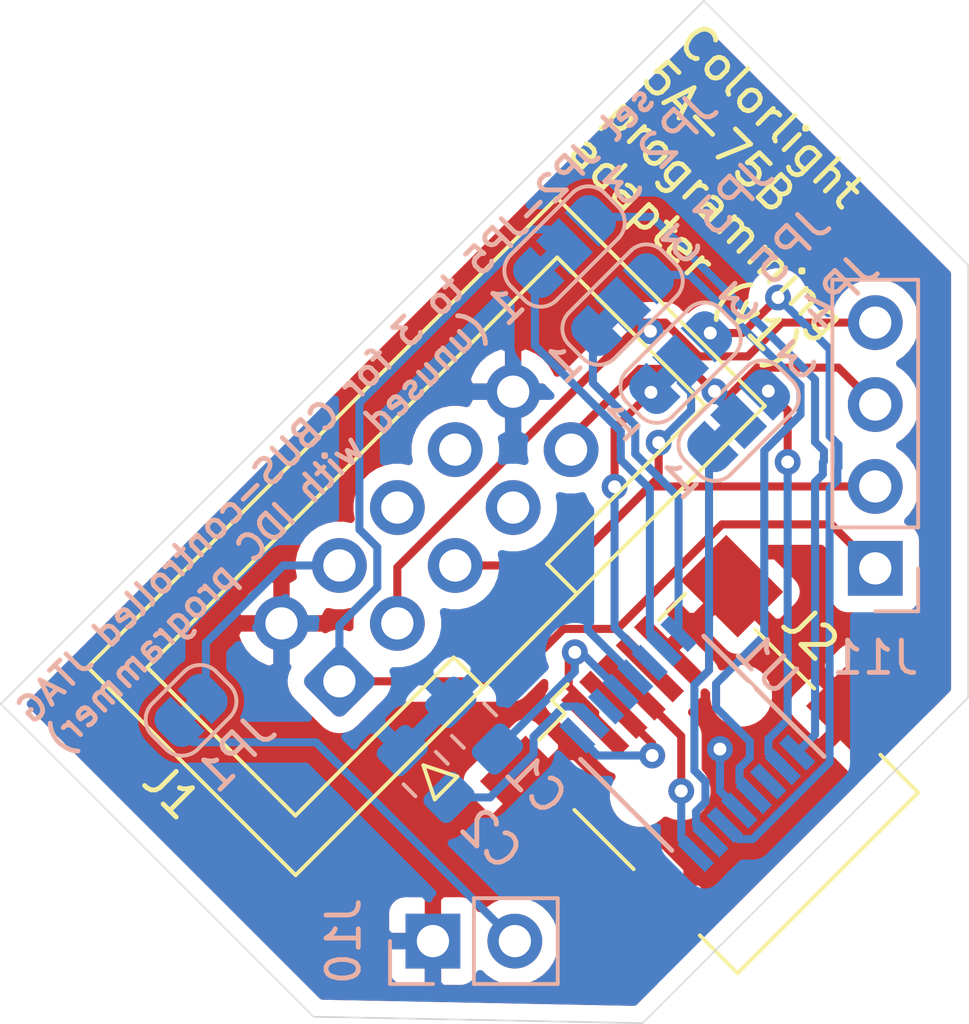
<source format=kicad_pcb>
(kicad_pcb (version 20171130) (host pcbnew 5.1.6-c6e7f7d~87~ubuntu20.04.1)

  (general
    (thickness 1.6)
    (drawings 8)
    (tracks 156)
    (zones 0)
    (modules 12)
    (nets 26)
  )

  (page A4)
  (layers
    (0 F.Cu signal)
    (31 B.Cu signal)
    (32 B.Adhes user)
    (33 F.Adhes user)
    (34 B.Paste user)
    (35 F.Paste user)
    (36 B.SilkS user)
    (37 F.SilkS user)
    (38 B.Mask user)
    (39 F.Mask user)
    (40 Dwgs.User user)
    (41 Cmts.User user)
    (42 Eco1.User user)
    (43 Eco2.User user)
    (44 Edge.Cuts user)
    (45 Margin user)
    (46 B.CrtYd user)
    (47 F.CrtYd user)
    (48 B.Fab user hide)
    (49 F.Fab user hide)
  )

  (setup
    (last_trace_width 0.25)
    (trace_clearance 0.2)
    (zone_clearance 0.508)
    (zone_45_only no)
    (trace_min 0.2)
    (via_size 0.8)
    (via_drill 0.4)
    (via_min_size 0.4)
    (via_min_drill 0.3)
    (uvia_size 0.3)
    (uvia_drill 0.1)
    (uvias_allowed no)
    (uvia_min_size 0.2)
    (uvia_min_drill 0.1)
    (edge_width 0.05)
    (segment_width 0.2)
    (pcb_text_width 0.3)
    (pcb_text_size 1.5 1.5)
    (mod_edge_width 0.12)
    (mod_text_size 1 1)
    (mod_text_width 0.15)
    (pad_size 1.524 1.524)
    (pad_drill 0.762)
    (pad_to_mask_clearance 0.05)
    (aux_axis_origin 0 0)
    (visible_elements FFFFFF7F)
    (pcbplotparams
      (layerselection 0x010fc_ffffffff)
      (usegerberextensions false)
      (usegerberattributes true)
      (usegerberadvancedattributes true)
      (creategerberjobfile true)
      (excludeedgelayer true)
      (linewidth 0.100000)
      (plotframeref false)
      (viasonmask false)
      (mode 1)
      (useauxorigin false)
      (hpglpennumber 1)
      (hpglpenspeed 20)
      (hpglpendiameter 15.000000)
      (psnegative false)
      (psa4output false)
      (plotreference true)
      (plotvalue true)
      (plotinvisibletext false)
      (padsonsilk false)
      (subtractmaskfromsilk false)
      (outputformat 1)
      (mirror false)
      (drillshape 1)
      (scaleselection 1)
      (outputdirectory ""))
  )

  (net 0 "")
  (net 1 "Net-(U1-Pad11)")
  (net 2 "Net-(U1-Pad3)")
  (net 3 GND)
  (net 4 "Net-(J1-Pad8)")
  (net 5 "Net-(J1-Pad6)")
  (net 6 "Net-(J1-Pad4)")
  (net 7 "Net-(J1-Pad7)")
  (net 8 +3V3)
  (net 9 JTAG_TMS)
  (net 10 JTAG_TDI)
  (net 11 JTAG_TDO)
  (net 12 JTAG_TCK)
  (net 13 "Net-(J2-Pad4)")
  (net 14 "Net-(J2-Pad3)")
  (net 15 "Net-(J2-Pad2)")
  (net 16 VBUS)
  (net 17 VCC)
  (net 18 CBUS_TDO)
  (net 19 UART_TX)
  (net 20 UART_RX)
  (net 21 CBUS_TDI)
  (net 22 UART_RTS)
  (net 23 CBUS_TMS)
  (net 24 UART_CTS)
  (net 25 CBUS_TCK)

  (net_class Default "This is the default net class."
    (clearance 0.2)
    (trace_width 0.25)
    (via_dia 0.8)
    (via_drill 0.4)
    (uvia_dia 0.3)
    (uvia_drill 0.1)
    (add_net +3V3)
    (add_net CBUS_TCK)
    (add_net CBUS_TDI)
    (add_net CBUS_TDO)
    (add_net CBUS_TMS)
    (add_net GND)
    (add_net JTAG_TCK)
    (add_net JTAG_TDI)
    (add_net JTAG_TDO)
    (add_net JTAG_TMS)
    (add_net "Net-(J1-Pad4)")
    (add_net "Net-(J1-Pad6)")
    (add_net "Net-(J1-Pad7)")
    (add_net "Net-(J1-Pad8)")
    (add_net "Net-(J2-Pad2)")
    (add_net "Net-(J2-Pad3)")
    (add_net "Net-(J2-Pad4)")
    (add_net "Net-(U1-Pad11)")
    (add_net "Net-(U1-Pad3)")
    (add_net UART_CTS)
    (add_net UART_RTS)
    (add_net UART_RX)
    (add_net UART_TX)
    (add_net VBUS)
    (add_net VCC)
  )

  (module Jumper:SolderJumper-3_P1.3mm_Bridged12_RoundedPad1.0x1.5mm_NumberLabels (layer B.Cu) (tedit 5C745336) (tstamp 5F5BD3F8)
    (at 92.880761 58.519239 45)
    (descr "SMD Solder 3-pad Jumper, 1x1.5mm rounded Pads, 0.3mm gap, pads 1-2 bridged with 1 copper strip, labeled with numbers")
    (tags "solder jumper open")
    (path /5F653E9F)
    (attr virtual)
    (fp_text reference JP5 (at 4.976956 -0.141421 45) (layer B.SilkS)
      (effects (font (size 1 1) (thickness 0.15)) (justify mirror))
    )
    (fp_text value SolderJumper_3_Bridged12 (at 0 -1.9 45) (layer B.Fab) hide
      (effects (font (size 1 1) (thickness 0.15)) (justify mirror))
    )
    (fp_poly (pts (xy -0.9 0.3) (xy -0.4 0.3) (xy -0.4 -0.3) (xy -0.9 -0.3)) (layer B.Cu) (width 0))
    (fp_line (start 2.3 -1.25) (end -2.3 -1.25) (layer B.CrtYd) (width 0.05))
    (fp_line (start 2.3 -1.25) (end 2.3 1.25) (layer B.CrtYd) (width 0.05))
    (fp_line (start -2.3 1.25) (end -2.3 -1.25) (layer B.CrtYd) (width 0.05))
    (fp_line (start -2.3 1.25) (end 2.3 1.25) (layer B.CrtYd) (width 0.05))
    (fp_line (start -1.4 1) (end 1.4 1) (layer B.SilkS) (width 0.12))
    (fp_line (start 2.05 0.3) (end 2.05 -0.3) (layer B.SilkS) (width 0.12))
    (fp_line (start 1.4 -1) (end -1.4 -1) (layer B.SilkS) (width 0.12))
    (fp_line (start -2.05 -0.3) (end -2.05 0.3) (layer B.SilkS) (width 0.12))
    (fp_arc (start -1.35 0.3) (end -1.35 1) (angle 90) (layer B.SilkS) (width 0.12))
    (fp_arc (start -1.35 -0.3) (end -2.05 -0.3) (angle 90) (layer B.SilkS) (width 0.12))
    (fp_arc (start 1.35 -0.3) (end 1.35 -1) (angle 90) (layer B.SilkS) (width 0.12))
    (fp_arc (start 1.35 0.3) (end 2.05 0.3) (angle 90) (layer B.SilkS) (width 0.12))
    (fp_text user 1 (at -2.6 0 45) (layer B.SilkS)
      (effects (font (size 1 1) (thickness 0.15)) (justify mirror))
    )
    (fp_text user 3 (at 2.6 0 45) (layer B.SilkS)
      (effects (font (size 1 1) (thickness 0.15)) (justify mirror))
    )
    (pad 1 smd custom (at -1.3 0 45) (size 1 0.5) (layers B.Cu B.Mask)
      (net 23 CBUS_TMS) (zone_connect 2)
      (options (clearance outline) (anchor rect))
      (primitives
        (gr_poly (pts
           (xy 0.55 0.75) (xy 0 0.75) (xy 0 -0.75) (xy 0.55 -0.75)) (width 0))
        (gr_circle (center 0 -0.25) (end 0.5 -0.25) (width 0))
        (gr_circle (center 0 0.25) (end 0.5 0.25) (width 0))
      ))
    (pad 2 smd rect (at 0 0 45) (size 1 1.5) (layers B.Cu B.Mask)
      (net 9 JTAG_TMS))
    (pad 3 smd custom (at 1.3 0 45) (size 1 0.5) (layers B.Cu B.Mask)
      (net 24 UART_CTS) (zone_connect 2)
      (options (clearance outline) (anchor rect))
      (primitives
        (gr_circle (center 0 -0.25) (end 0.5 -0.25) (width 0))
        (gr_circle (center 0 0.25) (end 0.5 0.25) (width 0))
        (gr_poly (pts
           (xy -0.55 0.75) (xy 0 0.75) (xy 0 -0.75) (xy -0.55 -0.75)) (width 0))
      ))
  )

  (module Jumper:SolderJumper-3_P1.3mm_Bridged12_RoundedPad1.0x1.5mm_NumberLabels (layer B.Cu) (tedit 5C745336) (tstamp 5F5BD3E2)
    (at 94.680761 60.319239 45)
    (descr "SMD Solder 3-pad Jumper, 1x1.5mm rounded Pads, 0.3mm gap, pads 1-2 bridged with 1 copper strip, labeled with numbers")
    (tags "solder jumper open")
    (path /5F644EB1)
    (attr virtual)
    (fp_text reference JP4 (at 5.047666 -0.636396 45) (layer B.SilkS)
      (effects (font (size 1 1) (thickness 0.15)) (justify mirror))
    )
    (fp_text value SolderJumper_3_Bridged12 (at 0 -1.9 45) (layer B.Fab) hide
      (effects (font (size 1 1) (thickness 0.15)) (justify mirror))
    )
    (fp_poly (pts (xy -0.9 0.3) (xy -0.4 0.3) (xy -0.4 -0.3) (xy -0.9 -0.3)) (layer B.Cu) (width 0))
    (fp_line (start 2.3 -1.25) (end -2.3 -1.25) (layer B.CrtYd) (width 0.05))
    (fp_line (start 2.3 -1.25) (end 2.3 1.25) (layer B.CrtYd) (width 0.05))
    (fp_line (start -2.3 1.25) (end -2.3 -1.25) (layer B.CrtYd) (width 0.05))
    (fp_line (start -2.3 1.25) (end 2.3 1.25) (layer B.CrtYd) (width 0.05))
    (fp_line (start -1.4 1) (end 1.4 1) (layer B.SilkS) (width 0.12))
    (fp_line (start 2.05 0.3) (end 2.05 -0.3) (layer B.SilkS) (width 0.12))
    (fp_line (start 1.4 -1) (end -1.4 -1) (layer B.SilkS) (width 0.12))
    (fp_line (start -2.05 -0.3) (end -2.05 0.3) (layer B.SilkS) (width 0.12))
    (fp_arc (start -1.35 0.3) (end -1.35 1) (angle 90) (layer B.SilkS) (width 0.12))
    (fp_arc (start -1.35 -0.3) (end -2.05 -0.3) (angle 90) (layer B.SilkS) (width 0.12))
    (fp_arc (start 1.35 -0.3) (end 1.35 -1) (angle 90) (layer B.SilkS) (width 0.12))
    (fp_arc (start 1.35 0.3) (end 2.05 0.3) (angle 90) (layer B.SilkS) (width 0.12))
    (fp_text user 1 (at -2.6 0 45) (layer B.SilkS)
      (effects (font (size 1 1) (thickness 0.15)) (justify mirror))
    )
    (fp_text user 3 (at 2.6 0 45) (layer B.SilkS)
      (effects (font (size 1 1) (thickness 0.15)) (justify mirror))
    )
    (pad 1 smd custom (at -1.3 0 45) (size 1 0.5) (layers B.Cu B.Mask)
      (net 21 CBUS_TDI) (zone_connect 2)
      (options (clearance outline) (anchor rect))
      (primitives
        (gr_poly (pts
           (xy 0.55 0.75) (xy 0 0.75) (xy 0 -0.75) (xy 0.55 -0.75)) (width 0))
        (gr_circle (center 0 -0.25) (end 0.5 -0.25) (width 0))
        (gr_circle (center 0 0.25) (end 0.5 0.25) (width 0))
      ))
    (pad 2 smd rect (at 0 0 45) (size 1 1.5) (layers B.Cu B.Mask)
      (net 10 JTAG_TDI))
    (pad 3 smd custom (at 1.3 0 45) (size 1 0.5) (layers B.Cu B.Mask)
      (net 22 UART_RTS) (zone_connect 2)
      (options (clearance outline) (anchor rect))
      (primitives
        (gr_circle (center 0 -0.25) (end 0.5 -0.25) (width 0))
        (gr_circle (center 0 0.25) (end 0.5 0.25) (width 0))
        (gr_poly (pts
           (xy -0.55 0.75) (xy 0 0.75) (xy 0 -0.75) (xy -0.55 -0.75)) (width 0))
      ))
  )

  (module Jumper:SolderJumper-3_P1.3mm_Bridged12_RoundedPad1.0x1.5mm_NumberLabels (layer B.Cu) (tedit 5C745336) (tstamp 5F5BD3CC)
    (at 91.080761 56.719239 45)
    (descr "SMD Solder 3-pad Jumper, 1x1.5mm rounded Pads, 0.3mm gap, pads 1-2 bridged with 1 copper strip, labeled with numbers")
    (tags "solder jumper open")
    (path /5F633EBA)
    (attr virtual)
    (fp_text reference JP3 (at 4.808326 0.070711 45) (layer B.SilkS)
      (effects (font (size 1 1) (thickness 0.15)) (justify mirror))
    )
    (fp_text value SolderJumper_3_Bridged12 (at 0 -1.9 45) (layer B.Fab) hide
      (effects (font (size 1 1) (thickness 0.15)) (justify mirror))
    )
    (fp_poly (pts (xy -0.9 0.3) (xy -0.4 0.3) (xy -0.4 -0.3) (xy -0.9 -0.3)) (layer B.Cu) (width 0))
    (fp_line (start 2.3 -1.25) (end -2.3 -1.25) (layer B.CrtYd) (width 0.05))
    (fp_line (start 2.3 -1.25) (end 2.3 1.25) (layer B.CrtYd) (width 0.05))
    (fp_line (start -2.3 1.25) (end -2.3 -1.25) (layer B.CrtYd) (width 0.05))
    (fp_line (start -2.3 1.25) (end 2.3 1.25) (layer B.CrtYd) (width 0.05))
    (fp_line (start -1.4 1) (end 1.4 1) (layer B.SilkS) (width 0.12))
    (fp_line (start 2.05 0.3) (end 2.05 -0.3) (layer B.SilkS) (width 0.12))
    (fp_line (start 1.4 -1) (end -1.4 -1) (layer B.SilkS) (width 0.12))
    (fp_line (start -2.05 -0.3) (end -2.05 0.3) (layer B.SilkS) (width 0.12))
    (fp_arc (start -1.35 0.3) (end -1.35 1) (angle 90) (layer B.SilkS) (width 0.12))
    (fp_arc (start -1.35 -0.3) (end -2.05 -0.3) (angle 90) (layer B.SilkS) (width 0.12))
    (fp_arc (start 1.35 -0.3) (end 1.35 -1) (angle 90) (layer B.SilkS) (width 0.12))
    (fp_arc (start 1.35 0.3) (end 2.05 0.3) (angle 90) (layer B.SilkS) (width 0.12))
    (fp_text user 1 (at -2.6 0 45) (layer B.SilkS)
      (effects (font (size 1 1) (thickness 0.15)) (justify mirror))
    )
    (fp_text user 3 (at 2.6 0 45) (layer B.SilkS)
      (effects (font (size 1 1) (thickness 0.15)) (justify mirror))
    )
    (pad 1 smd custom (at -1.3 0 45) (size 1 0.5) (layers B.Cu B.Mask)
      (net 18 CBUS_TDO) (zone_connect 2)
      (options (clearance outline) (anchor rect))
      (primitives
        (gr_poly (pts
           (xy 0.55 0.75) (xy 0 0.75) (xy 0 -0.75) (xy 0.55 -0.75)) (width 0))
        (gr_circle (center 0 -0.25) (end 0.5 -0.25) (width 0))
        (gr_circle (center 0 0.25) (end 0.5 0.25) (width 0))
      ))
    (pad 2 smd rect (at 0 0 45) (size 1 1.5) (layers B.Cu B.Mask)
      (net 11 JTAG_TDO))
    (pad 3 smd custom (at 1.3 0 45) (size 1 0.5) (layers B.Cu B.Mask)
      (net 20 UART_RX) (zone_connect 2)
      (options (clearance outline) (anchor rect))
      (primitives
        (gr_circle (center 0 -0.25) (end 0.5 -0.25) (width 0))
        (gr_circle (center 0 0.25) (end 0.5 0.25) (width 0))
        (gr_poly (pts
           (xy -0.55 0.75) (xy 0 0.75) (xy 0 -0.75) (xy -0.55 -0.75)) (width 0))
      ))
  )

  (module Jumper:SolderJumper-3_P1.3mm_Bridged12_RoundedPad1.0x1.5mm_NumberLabels (layer B.Cu) (tedit 5C745336) (tstamp 5F5BDA41)
    (at 89.280761 54.919239 45)
    (descr "SMD Solder 3-pad Jumper, 1x1.5mm rounded Pads, 0.3mm gap, pads 1-2 bridged with 1 copper strip, labeled with numbers")
    (tags "solder jumper open")
    (path /5F664691)
    (attr virtual)
    (fp_text reference JP2 (at 5.047666 -0.070711 45) (layer B.SilkS)
      (effects (font (size 1 1) (thickness 0.15)) (justify mirror))
    )
    (fp_text value SolderJumper_3_Bridged12 (at 0 -1.9 45) (layer B.Fab) hide
      (effects (font (size 1 1) (thickness 0.15)) (justify mirror))
    )
    (fp_poly (pts (xy -0.9 0.3) (xy -0.4 0.3) (xy -0.4 -0.3) (xy -0.9 -0.3)) (layer B.Cu) (width 0))
    (fp_line (start 2.3 -1.25) (end -2.3 -1.25) (layer B.CrtYd) (width 0.05))
    (fp_line (start 2.3 -1.25) (end 2.3 1.25) (layer B.CrtYd) (width 0.05))
    (fp_line (start -2.3 1.25) (end -2.3 -1.25) (layer B.CrtYd) (width 0.05))
    (fp_line (start -2.3 1.25) (end 2.3 1.25) (layer B.CrtYd) (width 0.05))
    (fp_line (start -1.4 1) (end 1.4 1) (layer B.SilkS) (width 0.12))
    (fp_line (start 2.05 0.3) (end 2.05 -0.3) (layer B.SilkS) (width 0.12))
    (fp_line (start 1.4 -1) (end -1.4 -1) (layer B.SilkS) (width 0.12))
    (fp_line (start -2.05 -0.3) (end -2.05 0.3) (layer B.SilkS) (width 0.12))
    (fp_arc (start -1.35 0.3) (end -1.35 1) (angle 90) (layer B.SilkS) (width 0.12))
    (fp_arc (start -1.35 -0.3) (end -2.05 -0.3) (angle 90) (layer B.SilkS) (width 0.12))
    (fp_arc (start 1.35 -0.3) (end 1.35 -1) (angle 90) (layer B.SilkS) (width 0.12))
    (fp_arc (start 1.35 0.3) (end 2.05 0.3) (angle 90) (layer B.SilkS) (width 0.12))
    (fp_text user 1 (at -2.6 0 45) (layer B.SilkS)
      (effects (font (size 1 1) (thickness 0.15)) (justify mirror))
    )
    (fp_text user 3 (at 2.6 0 45) (layer B.SilkS)
      (effects (font (size 1 1) (thickness 0.15)) (justify mirror))
    )
    (pad 1 smd custom (at -1.3 0 45) (size 1 0.5) (layers B.Cu B.Mask)
      (net 25 CBUS_TCK) (zone_connect 2)
      (options (clearance outline) (anchor rect))
      (primitives
        (gr_poly (pts
           (xy 0.55 0.75) (xy 0 0.75) (xy 0 -0.75) (xy 0.55 -0.75)) (width 0))
        (gr_circle (center 0 -0.25) (end 0.5 -0.25) (width 0))
        (gr_circle (center 0 0.25) (end 0.5 0.25) (width 0))
      ))
    (pad 2 smd rect (at 0 0 45) (size 1 1.5) (layers B.Cu B.Mask)
      (net 12 JTAG_TCK))
    (pad 3 smd custom (at 1.3 0 45) (size 1 0.5) (layers B.Cu B.Mask)
      (net 19 UART_TX) (zone_connect 2)
      (options (clearance outline) (anchor rect))
      (primitives
        (gr_circle (center 0 -0.25) (end 0.5 -0.25) (width 0))
        (gr_circle (center 0 0.25) (end 0.5 0.25) (width 0))
        (gr_poly (pts
           (xy -0.55 0.75) (xy 0 0.75) (xy 0 -0.75) (xy -0.55 -0.75)) (width 0))
      ))
  )

  (module Capacitor_SMD:C_0805_2012Metric_Pad1.15x1.40mm_HandSolder (layer B.Cu) (tedit 5B36C52B) (tstamp 5F5BD26A)
    (at 84.975216 71.275216 135)
    (descr "Capacitor SMD 0805 (2012 Metric), square (rectangular) end terminal, IPC_7351 nominal with elongated pad for handsoldering. (Body size source: https://docs.google.com/spreadsheets/d/1BsfQQcO9C6DZCsRaXUlFlo91Tg2WpOkGARC1WS5S8t0/edit?usp=sharing), generated with kicad-footprint-generator")
    (tags "capacitor handsolder")
    (path /5F6DFA22)
    (attr smd)
    (fp_text reference C2 (at -2.863477 0 315) (layer B.SilkS)
      (effects (font (size 1 1) (thickness 0.15)) (justify mirror))
    )
    (fp_text value 100nF (at 0 -1.65 315) (layer B.Fab)
      (effects (font (size 1 1) (thickness 0.15)) (justify mirror))
    )
    (fp_line (start 1.85 -0.95) (end -1.85 -0.95) (layer B.CrtYd) (width 0.05))
    (fp_line (start 1.85 0.95) (end 1.85 -0.95) (layer B.CrtYd) (width 0.05))
    (fp_line (start -1.85 0.95) (end 1.85 0.95) (layer B.CrtYd) (width 0.05))
    (fp_line (start -1.85 -0.95) (end -1.85 0.95) (layer B.CrtYd) (width 0.05))
    (fp_line (start -0.261252 -0.71) (end 0.261252 -0.71) (layer B.SilkS) (width 0.12))
    (fp_line (start -0.261252 0.71) (end 0.261252 0.71) (layer B.SilkS) (width 0.12))
    (fp_line (start 1 -0.6) (end -1 -0.6) (layer B.Fab) (width 0.1))
    (fp_line (start 1 0.6) (end 1 -0.6) (layer B.Fab) (width 0.1))
    (fp_line (start -1 0.6) (end 1 0.6) (layer B.Fab) (width 0.1))
    (fp_line (start -1 -0.6) (end -1 0.6) (layer B.Fab) (width 0.1))
    (fp_text user %R (at 0 0 315) (layer B.Fab)
      (effects (font (size 0.5 0.5) (thickness 0.08)) (justify mirror))
    )
    (pad 2 smd roundrect (at 1.025 0 135) (size 1.15 1.4) (layers B.Cu B.Paste B.Mask) (roundrect_rratio 0.217391)
      (net 3 GND))
    (pad 1 smd roundrect (at -1.025 0 135) (size 1.15 1.4) (layers B.Cu B.Paste B.Mask) (roundrect_rratio 0.217391)
      (net 17 VCC))
    (model ${KISYS3DMOD}/Capacitor_SMD.3dshapes/C_0805_2012Metric.wrl
      (at (xyz 0 0 0))
      (scale (xyz 1 1 1))
      (rotate (xyz 0 0 0))
    )
  )

  (module Capacitor_SMD:C_0805_2012Metric_Pad1.15x1.40mm_HandSolder (layer B.Cu) (tedit 5B36C52B) (tstamp 5F5BD259)
    (at 86.475216 69.775216 135)
    (descr "Capacitor SMD 0805 (2012 Metric), square (rectangular) end terminal, IPC_7351 nominal with elongated pad for handsoldering. (Body size source: https://docs.google.com/spreadsheets/d/1BsfQQcO9C6DZCsRaXUlFlo91Tg2WpOkGARC1WS5S8t0/edit?usp=sharing), generated with kicad-footprint-generator")
    (tags "capacitor handsolder")
    (path /5F6EB8CE)
    (attr smd)
    (fp_text reference C1 (at -2.651345 0.070711 315) (layer B.SilkS)
      (effects (font (size 1 1) (thickness 0.15)) (justify mirror))
    )
    (fp_text value 100nF (at 0 -1.65 315) (layer B.Fab)
      (effects (font (size 1 1) (thickness 0.15)) (justify mirror))
    )
    (fp_line (start 1.85 -0.95) (end -1.85 -0.95) (layer B.CrtYd) (width 0.05))
    (fp_line (start 1.85 0.95) (end 1.85 -0.95) (layer B.CrtYd) (width 0.05))
    (fp_line (start -1.85 0.95) (end 1.85 0.95) (layer B.CrtYd) (width 0.05))
    (fp_line (start -1.85 -0.95) (end -1.85 0.95) (layer B.CrtYd) (width 0.05))
    (fp_line (start -0.261252 -0.71) (end 0.261252 -0.71) (layer B.SilkS) (width 0.12))
    (fp_line (start -0.261252 0.71) (end 0.261252 0.71) (layer B.SilkS) (width 0.12))
    (fp_line (start 1 -0.6) (end -1 -0.6) (layer B.Fab) (width 0.1))
    (fp_line (start 1 0.6) (end 1 -0.6) (layer B.Fab) (width 0.1))
    (fp_line (start -1 0.6) (end 1 0.6) (layer B.Fab) (width 0.1))
    (fp_line (start -1 -0.6) (end -1 0.6) (layer B.Fab) (width 0.1))
    (fp_text user %R (at 0 0 315) (layer B.Fab)
      (effects (font (size 0.5 0.5) (thickness 0.08)) (justify mirror))
    )
    (pad 2 smd roundrect (at 1.025 0 135) (size 1.15 1.4) (layers B.Cu B.Paste B.Mask) (roundrect_rratio 0.217391)
      (net 3 GND))
    (pad 1 smd roundrect (at -1.025 0 135) (size 1.15 1.4) (layers B.Cu B.Paste B.Mask) (roundrect_rratio 0.217391)
      (net 16 VBUS))
    (model ${KISYS3DMOD}/Capacitor_SMD.3dshapes/C_0805_2012Metric.wrl
      (at (xyz 0 0 0))
      (scale (xyz 1 1 1))
      (rotate (xyz 0 0 0))
    )
  )

  (module Connector_USB:USB_Mini-B_Wuerth_65100516121_Horizontal (layer F.Cu) (tedit 5D90ED94) (tstamp 5F5BA2EA)
    (at 93.2 70.4 45)
    (descr "Mini USB 2.0 Type B SMT Horizontal 5 Contacts (https://katalog.we-online.de/em/datasheet/65100516121.pdf)")
    (tags "Mini USB 2.0 Type B")
    (path /5F6005F8)
    (attr smd)
    (fp_text reference J2 (at 5.091169 0.141421 135) (layer F.SilkS)
      (effects (font (size 1 1) (thickness 0.15)))
    )
    (fp_text value USB_B_Mini (at 0 7.35 45) (layer F.Fab)
      (effects (font (size 1 1) (thickness 0.15)))
    )
    (fp_line (start -3.85 -3.35) (end -1.9 -3.35) (layer F.Fab) (width 0.1))
    (fp_line (start 3.85 -3.35) (end 3.85 5.9) (layer F.Fab) (width 0.1))
    (fp_line (start 3.85 5.9) (end -3.85 5.9) (layer F.Fab) (width 0.1))
    (fp_line (start -3.85 5.9) (end -3.85 -3.35) (layer F.Fab) (width 0.1))
    (fp_line (start -3.96 1.45) (end -3.96 -1.15) (layer F.SilkS) (width 0.12))
    (fp_line (start 3.96 -1.15) (end 3.96 1.45) (layer F.SilkS) (width 0.12))
    (fp_line (start -3.2 -3.46) (end -2.05 -3.46) (layer F.SilkS) (width 0.12))
    (fp_line (start -2.05 -3.46) (end -2.05 -4.05) (layer F.SilkS) (width 0.12))
    (fp_line (start -2.05 -4.05) (end -1.35 -4.05) (layer F.SilkS) (width 0.12))
    (fp_line (start 2.05 -3.46) (end 3.2 -3.46) (layer F.SilkS) (width 0.12))
    (fp_line (start -3.96 4.35) (end -3.96 6.01) (layer F.SilkS) (width 0.12))
    (fp_line (start -3.96 6.01) (end 3.96 6.01) (layer F.SilkS) (width 0.12))
    (fp_line (start 3.96 6.01) (end 3.96 4.35) (layer F.SilkS) (width 0.12))
    (fp_line (start -5.9 -0.85) (end -5.9 -4.35) (layer F.CrtYd) (width 0.05))
    (fp_line (start -5.9 -4.35) (end 5.9 -4.35) (layer F.CrtYd) (width 0.05))
    (fp_line (start 5.9 -4.35) (end 5.9 -0.85) (layer F.CrtYd) (width 0.05))
    (fp_line (start 4.35 6.4) (end -4.35 6.4) (layer F.CrtYd) (width 0.05))
    (fp_line (start -1.9 -3.35) (end -1.6 -2.85) (layer F.Fab) (width 0.1))
    (fp_line (start -1.6 -2.85) (end -1.3 -3.35) (layer F.Fab) (width 0.1))
    (fp_line (start -1.3 -3.35) (end 3.85 -3.35) (layer F.Fab) (width 0.1))
    (fp_line (start -4.35 6.4) (end -4.35 4.65) (layer F.CrtYd) (width 0.05))
    (fp_line (start 4.35 4.65) (end 4.35 6.4) (layer F.CrtYd) (width 0.05))
    (fp_line (start -4.35 1.15) (end -4.35 -0.85) (layer F.CrtYd) (width 0.05))
    (fp_line (start 4.35 -0.85) (end 4.35 1.15) (layer F.CrtYd) (width 0.05))
    (fp_line (start 5.9 4.65) (end 4.35 4.65) (layer F.CrtYd) (width 0.05))
    (fp_line (start 4.35 1.15) (end 5.9 1.15) (layer F.CrtYd) (width 0.05))
    (fp_line (start 5.9 -0.85) (end 4.35 -0.85) (layer F.CrtYd) (width 0.05))
    (fp_line (start 5.9 1.15) (end 5.9 4.65) (layer F.CrtYd) (width 0.05))
    (fp_line (start -4.35 4.65) (end -5.89 4.65) (layer F.CrtYd) (width 0.05))
    (fp_line (start -5.9 1.15) (end -4.35 1.15) (layer F.CrtYd) (width 0.05))
    (fp_line (start -4.35 -0.85) (end -5.9 -0.85) (layer F.CrtYd) (width 0.05))
    (fp_line (start -5.89 4.65) (end -5.9 1.15) (layer F.CrtYd) (width 0.05))
    (fp_text user %R (at 0 0 45) (layer F.Fab)
      (effects (font (size 1 1) (thickness 0.15)))
    )
    (pad "" np_thru_hole circle (at 2.2 0 45) (size 0.9 0.9) (drill 0.9) (layers *.Cu *.Mask))
    (pad "" np_thru_hole circle (at -2.2 0 45) (size 0.9 0.9) (drill 0.9) (layers *.Cu *.Mask))
    (pad 5 smd rect (at 1.6 -2.6 45) (size 0.5 2.5) (layers F.Cu F.Paste F.Mask)
      (net 3 GND))
    (pad 4 smd rect (at 0.8 -2.6 45) (size 0.5 2.5) (layers F.Cu F.Paste F.Mask)
      (net 13 "Net-(J2-Pad4)"))
    (pad 3 smd rect (at 0 -2.6 45) (size 0.5 2.5) (layers F.Cu F.Paste F.Mask)
      (net 14 "Net-(J2-Pad3)"))
    (pad 2 smd rect (at -0.8 -2.6 45) (size 0.5 2.5) (layers F.Cu F.Paste F.Mask)
      (net 15 "Net-(J2-Pad2)"))
    (pad 1 smd rect (at -1.6 -2.6 45) (size 0.5 2.5) (layers F.Cu F.Paste F.Mask)
      (net 16 VBUS))
    (pad 6 smd rect (at 4.4 -2.6 45) (size 2 2.5) (layers F.Cu F.Paste F.Mask)
      (net 3 GND))
    (pad 6 smd rect (at -4.4 -2.6 45) (size 2 2.5) (layers F.Cu F.Paste F.Mask)
      (net 3 GND))
    (pad 6 smd rect (at 4.4 2.9 45) (size 2 2.5) (layers F.Cu F.Paste F.Mask)
      (net 3 GND))
    (pad 6 smd rect (at -4.4 2.9 45) (size 2 2.5) (layers F.Cu F.Paste F.Mask)
      (net 3 GND))
    (model ${KISYS3DMOD}/Connector_USB.3dshapes/USB_Mini-B_Wuerth_65100516121_Horizontal.wrl
      (at (xyz 0 0 0))
      (scale (xyz 1 1 1))
      (rotate (xyz 0 0 0))
    )
  )

  (module Package_SO:SSOP-16_3.9x4.9mm_P0.635mm (layer B.Cu) (tedit 5A02F25C) (tstamp 5F5B9596)
    (at 93.084054 70.33899 135)
    (descr "SSOP16: plastic shrink small outline package; 16 leads; body width 3.9 mm; lead pitch 0.635; (see NXP SSOP-TSSOP-VSO-REFLOW.pdf and sot519-1_po.pdf)")
    (tags "SSOP 0.635")
    (path /5F5CD277)
    (attr smd)
    (fp_text reference U1 (at 0 3.5 315) (layer B.SilkS)
      (effects (font (size 1 1) (thickness 0.15)) (justify mirror))
    )
    (fp_text value FT230XS (at 0 -3.5 315) (layer B.Fab)
      (effects (font (size 1 1) (thickness 0.15)) (justify mirror))
    )
    (fp_line (start -3.275 2.725) (end 2 2.725) (layer B.SilkS) (width 0.15))
    (fp_line (start -2 -2.675) (end 2 -2.675) (layer B.SilkS) (width 0.15))
    (fp_line (start -3.45 -2.8) (end 3.45 -2.8) (layer B.CrtYd) (width 0.05))
    (fp_line (start -3.45 2.85) (end 3.45 2.85) (layer B.CrtYd) (width 0.05))
    (fp_line (start 3.45 2.85) (end 3.45 -2.8) (layer B.CrtYd) (width 0.05))
    (fp_line (start -3.45 2.85) (end -3.45 -2.8) (layer B.CrtYd) (width 0.05))
    (fp_line (start -1.95 1.45) (end -0.95 2.45) (layer B.Fab) (width 0.15))
    (fp_line (start -1.95 -2.45) (end -1.95 1.45) (layer B.Fab) (width 0.15))
    (fp_line (start 1.95 -2.45) (end -1.95 -2.45) (layer B.Fab) (width 0.15))
    (fp_line (start 1.95 2.45) (end 1.95 -2.45) (layer B.Fab) (width 0.15))
    (fp_line (start -0.95 2.45) (end 1.95 2.45) (layer B.Fab) (width 0.15))
    (fp_text user %R (at 0 0 315) (layer B.Fab)
      (effects (font (size 0.8 0.8) (thickness 0.15)) (justify mirror))
    )
    (pad 16 smd rect (at 2.6 2.2225 135) (size 1.2 0.4) (layers B.Cu B.Paste B.Mask)
      (net 18 CBUS_TDO))
    (pad 15 smd rect (at 2.6 1.5875 135) (size 1.2 0.4) (layers B.Cu B.Paste B.Mask)
      (net 25 CBUS_TCK))
    (pad 14 smd rect (at 2.6 0.9525 135) (size 1.2 0.4) (layers B.Cu B.Paste B.Mask)
      (net 23 CBUS_TMS))
    (pad 13 smd rect (at 2.6 0.3175 135) (size 1.2 0.4) (layers B.Cu B.Paste B.Mask)
      (net 3 GND))
    (pad 12 smd rect (at 2.6 -0.3175 135) (size 1.2 0.4) (layers B.Cu B.Paste B.Mask)
      (net 16 VBUS))
    (pad 11 smd rect (at 2.6 -0.9525 135) (size 1.2 0.4) (layers B.Cu B.Paste B.Mask)
      (net 1 "Net-(U1-Pad11)"))
    (pad 10 smd rect (at 2.6 -1.5875 135) (size 1.2 0.4) (layers B.Cu B.Paste B.Mask)
      (net 17 VCC))
    (pad 9 smd rect (at 2.6 -2.2225 135) (size 1.2 0.4) (layers B.Cu B.Paste B.Mask)
      (net 15 "Net-(J2-Pad2)"))
    (pad 8 smd rect (at -2.6 -2.2225 135) (size 1.2 0.4) (layers B.Cu B.Paste B.Mask)
      (net 14 "Net-(J2-Pad3)"))
    (pad 7 smd rect (at -2.6 -1.5875 135) (size 1.2 0.4) (layers B.Cu B.Paste B.Mask)
      (net 21 CBUS_TDI))
    (pad 6 smd rect (at -2.6 -0.9525 135) (size 1.2 0.4) (layers B.Cu B.Paste B.Mask)
      (net 24 UART_CTS))
    (pad 5 smd rect (at -2.6 -0.3175 135) (size 1.2 0.4) (layers B.Cu B.Paste B.Mask)
      (net 3 GND))
    (pad 4 smd rect (at -2.6 0.3175 135) (size 1.2 0.4) (layers B.Cu B.Paste B.Mask)
      (net 20 UART_RX))
    (pad 3 smd rect (at -2.6 0.9525 135) (size 1.2 0.4) (layers B.Cu B.Paste B.Mask)
      (net 2 "Net-(U1-Pad3)"))
    (pad 2 smd rect (at -2.6 1.5875 135) (size 1.2 0.4) (layers B.Cu B.Paste B.Mask)
      (net 22 UART_RTS))
    (pad 1 smd rect (at -2.6 2.2225 135) (size 1.2 0.4) (layers B.Cu B.Paste B.Mask)
      (net 19 UART_TX))
    (model ${KISYS3DMOD}/Package_SO.3dshapes/SSOP-16_3.9x4.9mm_P0.635mm.wrl
      (at (xyz 0 0 0))
      (scale (xyz 1 1 1))
      (rotate (xyz 0 0 0))
    )
  )

  (module Jumper:SolderJumper-2_P1.3mm_Bridged_RoundedPad1.0x1.5mm (layer B.Cu) (tedit 5C745284) (tstamp 5F5BDF34)
    (at 77.7 69.3 225)
    (descr "SMD Solder Jumper, 1x1.5mm, rounded Pads, 0.3mm gap, bridged with 1 copper strip")
    (tags "solder jumper open")
    (path /5F5C14A2)
    (attr virtual)
    (fp_text reference JP1 (at -0.070711 -1.909188 225) (layer B.SilkS)
      (effects (font (size 1 1) (thickness 0.15)) (justify mirror))
    )
    (fp_text value SolderJumper (at 0 -1.9 225) (layer B.Fab)
      (effects (font (size 1 1) (thickness 0.15)) (justify mirror))
    )
    (fp_poly (pts (xy 0.25 0.3) (xy -0.25 0.3) (xy -0.25 -0.3) (xy 0.25 -0.3)) (layer B.Cu) (width 0))
    (fp_line (start 1.65 -1.25) (end -1.65 -1.25) (layer B.CrtYd) (width 0.05))
    (fp_line (start 1.65 -1.25) (end 1.65 1.25) (layer B.CrtYd) (width 0.05))
    (fp_line (start -1.65 1.25) (end -1.65 -1.25) (layer B.CrtYd) (width 0.05))
    (fp_line (start -1.65 1.25) (end 1.65 1.25) (layer B.CrtYd) (width 0.05))
    (fp_line (start -0.7 1) (end 0.7 1) (layer B.SilkS) (width 0.12))
    (fp_line (start 1.4 0.3) (end 1.4 -0.3) (layer B.SilkS) (width 0.12))
    (fp_line (start 0.7 -1) (end -0.7 -1) (layer B.SilkS) (width 0.12))
    (fp_line (start -1.4 -0.3) (end -1.4 0.3) (layer B.SilkS) (width 0.12))
    (fp_arc (start -0.7 0.3) (end -0.7 1) (angle 90) (layer B.SilkS) (width 0.12))
    (fp_arc (start -0.7 -0.3) (end -1.4 -0.3) (angle 90) (layer B.SilkS) (width 0.12))
    (fp_arc (start 0.7 -0.3) (end 0.7 -1) (angle 90) (layer B.SilkS) (width 0.12))
    (fp_arc (start 0.7 0.3) (end 1.4 0.3) (angle 90) (layer B.SilkS) (width 0.12))
    (pad 1 smd custom (at -0.65 0 225) (size 1 0.5) (layers B.Cu B.Mask)
      (net 6 "Net-(J1-Pad4)") (zone_connect 2)
      (options (clearance outline) (anchor rect))
      (primitives
        (gr_circle (center 0 -0.25) (end 0.5 -0.25) (width 0))
        (gr_circle (center 0 0.25) (end 0.5 0.25) (width 0))
        (gr_poly (pts
           (xy 0 0.75) (xy 0.5 0.75) (xy 0.5 -0.75) (xy 0 -0.75)) (width 0))
      ))
    (pad 2 smd custom (at 0.65 0 225) (size 1 0.5) (layers B.Cu B.Mask)
      (net 8 +3V3) (zone_connect 2)
      (options (clearance outline) (anchor rect))
      (primitives
        (gr_circle (center 0 -0.25) (end 0.5 -0.25) (width 0))
        (gr_circle (center 0 0.25) (end 0.5 0.25) (width 0))
        (gr_poly (pts
           (xy 0 0.75) (xy -0.5 0.75) (xy -0.5 -0.75) (xy 0 -0.75)) (width 0))
      ))
  )

  (module Connector_PinSocket_2.54mm:PinSocket_1x04_P2.54mm_Vertical locked (layer B.Cu) (tedit 5A19A429) (tstamp 5F5A4F3B)
    (at 98.916 64.898)
    (descr "Through hole straight socket strip, 1x04, 2.54mm pitch, single row (from Kicad 4.0.7), script generated")
    (tags "Through hole socket strip THT 1x04 2.54mm single row")
    (path /5F5A5C67)
    (fp_text reference J11 (at 0 2.77) (layer B.SilkS)
      (effects (font (size 1 1) (thickness 0.15)) (justify mirror))
    )
    (fp_text value Conn_01x04 (at 0 -10.39) (layer B.Fab) hide
      (effects (font (size 1 1) (thickness 0.15)) (justify mirror))
    )
    (fp_line (start -1.8 -9.4) (end -1.8 1.8) (layer B.CrtYd) (width 0.05))
    (fp_line (start 1.75 -9.4) (end -1.8 -9.4) (layer B.CrtYd) (width 0.05))
    (fp_line (start 1.75 1.8) (end 1.75 -9.4) (layer B.CrtYd) (width 0.05))
    (fp_line (start -1.8 1.8) (end 1.75 1.8) (layer B.CrtYd) (width 0.05))
    (fp_line (start 0 1.33) (end 1.33 1.33) (layer B.SilkS) (width 0.12))
    (fp_line (start 1.33 1.33) (end 1.33 0) (layer B.SilkS) (width 0.12))
    (fp_line (start 1.33 -1.27) (end 1.33 -8.95) (layer B.SilkS) (width 0.12))
    (fp_line (start -1.33 -8.95) (end 1.33 -8.95) (layer B.SilkS) (width 0.12))
    (fp_line (start -1.33 -1.27) (end -1.33 -8.95) (layer B.SilkS) (width 0.12))
    (fp_line (start -1.33 -1.27) (end 1.33 -1.27) (layer B.SilkS) (width 0.12))
    (fp_line (start -1.27 -8.89) (end -1.27 1.27) (layer B.Fab) (width 0.1))
    (fp_line (start 1.27 -8.89) (end -1.27 -8.89) (layer B.Fab) (width 0.1))
    (fp_line (start 1.27 0.635) (end 1.27 -8.89) (layer B.Fab) (width 0.1))
    (fp_line (start 0.635 1.27) (end 1.27 0.635) (layer B.Fab) (width 0.1))
    (fp_line (start -1.27 1.27) (end 0.635 1.27) (layer B.Fab) (width 0.1))
    (fp_text user %R (at 0 -3.81 -90) (layer B.Fab)
      (effects (font (size 1 1) (thickness 0.15)) (justify mirror))
    )
    (pad 4 thru_hole oval (at 0 -7.62) (size 1.7 1.7) (drill 1) (layers *.Cu *.Mask)
      (net 11 JTAG_TDO))
    (pad 3 thru_hole oval (at 0 -5.08) (size 1.7 1.7) (drill 1) (layers *.Cu *.Mask)
      (net 10 JTAG_TDI))
    (pad 2 thru_hole oval (at 0 -2.54) (size 1.7 1.7) (drill 1) (layers *.Cu *.Mask)
      (net 9 JTAG_TMS))
    (pad 1 thru_hole rect (at 0 0) (size 1.7 1.7) (drill 1) (layers *.Cu *.Mask)
      (net 12 JTAG_TCK))
    (model ${KISYS3DMOD}/Connector_PinSocket_2.54mm.3dshapes/PinSocket_1x04_P2.54mm_Vertical.wrl
      (at (xyz 0 0 0))
      (scale (xyz 1 1 1))
      (rotate (xyz 0 0 0))
    )
  )

  (module Connector_PinSocket_2.54mm:PinSocket_1x02_P2.54mm_Vertical locked (layer B.Cu) (tedit 5A19A420) (tstamp 5F5A4B0C)
    (at 85.2 76.455 270)
    (descr "Through hole straight socket strip, 1x02, 2.54mm pitch, single row (from Kicad 4.0.7), script generated")
    (tags "Through hole socket strip THT 1x02 2.54mm single row")
    (path /5F5A5736)
    (fp_text reference J10 (at 0 2.77 90) (layer B.SilkS)
      (effects (font (size 1 1) (thickness 0.15)) (justify mirror))
    )
    (fp_text value Conn_01x02 (at 0 -5.31 90) (layer B.Fab)
      (effects (font (size 1 1) (thickness 0.15)) (justify mirror))
    )
    (fp_line (start -1.8 -4.3) (end -1.8 1.8) (layer B.CrtYd) (width 0.05))
    (fp_line (start 1.75 -4.3) (end -1.8 -4.3) (layer B.CrtYd) (width 0.05))
    (fp_line (start 1.75 1.8) (end 1.75 -4.3) (layer B.CrtYd) (width 0.05))
    (fp_line (start -1.8 1.8) (end 1.75 1.8) (layer B.CrtYd) (width 0.05))
    (fp_line (start 0 1.33) (end 1.33 1.33) (layer B.SilkS) (width 0.12))
    (fp_line (start 1.33 1.33) (end 1.33 0) (layer B.SilkS) (width 0.12))
    (fp_line (start 1.33 -1.27) (end 1.33 -3.87) (layer B.SilkS) (width 0.12))
    (fp_line (start -1.33 -3.87) (end 1.33 -3.87) (layer B.SilkS) (width 0.12))
    (fp_line (start -1.33 -1.27) (end -1.33 -3.87) (layer B.SilkS) (width 0.12))
    (fp_line (start -1.33 -1.27) (end 1.33 -1.27) (layer B.SilkS) (width 0.12))
    (fp_line (start -1.27 -3.81) (end -1.27 1.27) (layer B.Fab) (width 0.1))
    (fp_line (start 1.27 -3.81) (end -1.27 -3.81) (layer B.Fab) (width 0.1))
    (fp_line (start 1.27 0.635) (end 1.27 -3.81) (layer B.Fab) (width 0.1))
    (fp_line (start 0.635 1.27) (end 1.27 0.635) (layer B.Fab) (width 0.1))
    (fp_line (start -1.27 1.27) (end 0.635 1.27) (layer B.Fab) (width 0.1))
    (fp_text user %R (at 0 -1.27 180) (layer B.Fab)
      (effects (font (size 1 1) (thickness 0.15)) (justify mirror))
    )
    (pad 2 thru_hole oval (at 0 -2.54 270) (size 1.7 1.7) (drill 1) (layers *.Cu *.Mask)
      (net 8 +3V3))
    (pad 1 thru_hole rect (at 0 0 270) (size 1.7 1.7) (drill 1) (layers *.Cu *.Mask)
      (net 3 GND))
    (model ${KISYS3DMOD}/Connector_PinSocket_2.54mm.3dshapes/PinSocket_1x02_P2.54mm_Vertical.wrl
      (at (xyz 0 0 0))
      (scale (xyz 1 1 1))
      (rotate (xyz 0 0 0))
    )
  )

  (module Connector_IDC:IDC-Header_2x05_P2.54mm_Vertical (layer F.Cu) (tedit 5EAC9A07) (tstamp 5F5BECEB)
    (at 82.3 68.4 135)
    (descr "Through hole IDC box header, 2x05, 2.54mm pitch, DIN 41651 / IEC 60603-13, double rows, https://docs.google.com/spreadsheets/d/16SsEcesNF15N3Lb4niX7dcUr-NY5_MFPQhobNuNppn4/edit#gid=0")
    (tags "Through hole vertical IDC box header THT 2x05 2.54mm double row")
    (path /5F5ADE4D)
    (fp_text reference J1 (at 1.27 -6.1 135) (layer F.SilkS)
      (effects (font (size 1 1) (thickness 0.15)))
    )
    (fp_text value Conn_02x05_Odd_Even (at 7.990307 15.202796 135) (layer F.Fab)
      (effects (font (size 1 1) (thickness 0.15)))
    )
    (fp_line (start -3.18 -4.1) (end -2.18 -5.1) (layer F.Fab) (width 0.1))
    (fp_line (start -2.18 -5.1) (end 5.72 -5.1) (layer F.Fab) (width 0.1))
    (fp_line (start 5.72 -5.1) (end 5.72 15.26) (layer F.Fab) (width 0.1))
    (fp_line (start 5.72 15.26) (end -3.18 15.26) (layer F.Fab) (width 0.1))
    (fp_line (start -3.18 15.26) (end -3.18 -4.1) (layer F.Fab) (width 0.1))
    (fp_line (start -3.18 3.03) (end -1.98 3.03) (layer F.Fab) (width 0.1))
    (fp_line (start -1.98 3.03) (end -1.98 -3.91) (layer F.Fab) (width 0.1))
    (fp_line (start -1.98 -3.91) (end 4.52 -3.91) (layer F.Fab) (width 0.1))
    (fp_line (start 4.52 -3.91) (end 4.52 14.07) (layer F.Fab) (width 0.1))
    (fp_line (start 4.52 14.07) (end -1.98 14.07) (layer F.Fab) (width 0.1))
    (fp_line (start -1.98 14.07) (end -1.98 7.13) (layer F.Fab) (width 0.1))
    (fp_line (start -1.98 7.13) (end -1.98 7.13) (layer F.Fab) (width 0.1))
    (fp_line (start -1.98 7.13) (end -3.18 7.13) (layer F.Fab) (width 0.1))
    (fp_line (start -3.29 -5.21) (end 5.83 -5.21) (layer F.SilkS) (width 0.12))
    (fp_line (start 5.83 -5.21) (end 5.83 15.37) (layer F.SilkS) (width 0.12))
    (fp_line (start 5.83 15.37) (end -3.29 15.37) (layer F.SilkS) (width 0.12))
    (fp_line (start -3.29 15.37) (end -3.29 -5.21) (layer F.SilkS) (width 0.12))
    (fp_line (start -3.29 3.03) (end -1.98 3.03) (layer F.SilkS) (width 0.12))
    (fp_line (start -1.98 3.03) (end -1.98 -3.91) (layer F.SilkS) (width 0.12))
    (fp_line (start -1.98 -3.91) (end 4.52 -3.91) (layer F.SilkS) (width 0.12))
    (fp_line (start 4.52 -3.91) (end 4.52 14.07) (layer F.SilkS) (width 0.12))
    (fp_line (start 4.52 14.07) (end -1.98 14.07) (layer F.SilkS) (width 0.12))
    (fp_line (start -1.98 14.07) (end -1.98 7.13) (layer F.SilkS) (width 0.12))
    (fp_line (start -1.98 7.13) (end -1.98 7.13) (layer F.SilkS) (width 0.12))
    (fp_line (start -1.98 7.13) (end -3.29 7.13) (layer F.SilkS) (width 0.12))
    (fp_line (start -3.68 0) (end -4.68 -0.5) (layer F.SilkS) (width 0.12))
    (fp_line (start -4.68 -0.5) (end -4.68 0.5) (layer F.SilkS) (width 0.12))
    (fp_line (start -4.68 0.5) (end -3.68 0) (layer F.SilkS) (width 0.12))
    (fp_line (start -3.68 -5.6) (end -3.68 15.76) (layer F.CrtYd) (width 0.05))
    (fp_line (start -3.68 15.76) (end 6.22 15.76) (layer F.CrtYd) (width 0.05))
    (fp_line (start 6.22 15.76) (end 6.22 -5.6) (layer F.CrtYd) (width 0.05))
    (fp_line (start 6.22 -5.6) (end -3.68 -5.6) (layer F.CrtYd) (width 0.05))
    (fp_text user %R (at 1.27 5.08 315) (layer F.Fab)
      (effects (font (size 1 1) (thickness 0.15)))
    )
    (pad 10 thru_hole circle (at 2.54 10.16 135) (size 1.7 1.7) (drill 1) (layers *.Cu *.Mask)
      (net 3 GND))
    (pad 8 thru_hole circle (at 2.54 7.62 135) (size 1.7 1.7) (drill 1) (layers *.Cu *.Mask)
      (net 4 "Net-(J1-Pad8)"))
    (pad 6 thru_hole circle (at 2.54 5.08 135) (size 1.7 1.7) (drill 1) (layers *.Cu *.Mask)
      (net 5 "Net-(J1-Pad6)"))
    (pad 4 thru_hole circle (at 2.54 2.54 135) (size 1.7 1.7) (drill 1) (layers *.Cu *.Mask)
      (net 6 "Net-(J1-Pad4)"))
    (pad 2 thru_hole circle (at 2.54 0 135) (size 1.7 1.7) (drill 1) (layers *.Cu *.Mask)
      (net 3 GND))
    (pad 9 thru_hole circle (at 0 10.16 135) (size 1.7 1.7) (drill 1) (layers *.Cu *.Mask)
      (net 10 JTAG_TDI))
    (pad 7 thru_hole circle (at 0 7.62 135) (size 1.7 1.7) (drill 1) (layers *.Cu *.Mask)
      (net 7 "Net-(J1-Pad7)"))
    (pad 5 thru_hole circle (at 0 5.08 135) (size 1.7 1.7) (drill 1) (layers *.Cu *.Mask)
      (net 9 JTAG_TMS))
    (pad 3 thru_hole circle (at 0 2.54 135) (size 1.7 1.7) (drill 1) (layers *.Cu *.Mask)
      (net 11 JTAG_TDO))
    (pad 1 thru_hole roundrect (at 0 0 135) (size 1.7 1.7) (drill 1) (layers *.Cu *.Mask) (roundrect_rratio 0.147059)
      (net 12 JTAG_TCK))
    (model ${KISYS3DMOD}/Connector_IDC.3dshapes/IDC-Header_2x05_P2.54mm_Vertical.wrl
      (at (xyz 0 0 0))
      (scale (xyz 1 1 1))
      (rotate (xyz 0 0 0))
    )
  )

  (gr_text "Colorlight\n5A-75B\nprogramming\nadapter (v1)" (at 91.3 49.9 315) (layer F.SilkS)
    (effects (font (size 1 1) (thickness 0.15)) (justify left))
  )
  (gr_line (start 81.5 78.8) (end 91.7 79) (layer Edge.Cuts) (width 0.05) (tstamp 5F5BE655))
  (gr_line (start 71.8 69.1) (end 81.5 78.8) (layer Edge.Cuts) (width 0.05))
  (gr_line (start 93.6 47.3) (end 71.8 69.1) (layer Edge.Cuts) (width 0.05))
  (gr_line (start 101.8 55.5) (end 93.6 47.3) (layer Edge.Cuts) (width 0.05))
  (gr_line (start 101.8 68.9) (end 101.8 55.5) (layer Edge.Cuts) (width 0.05))
  (gr_line (start 91.7 79) (end 101.8 68.9) (layer Edge.Cuts) (width 0.05))
  (gr_text "set JP2-JP5 to 3 for CBUS-controlled JTAG\n(unused with IDC programmer)" (at 72.9 70 45) (layer B.SilkS)
    (effects (font (size 0.8 0.8) (thickness 0.15)) (justify right mirror))
  )

  (segment (start 91.470083 68.276006) (end 90 66.805923) (width 0.25) (layer B.Cu) (net 3))
  (segment (start 90 66.805923) (end 90 66) (width 0.25) (layer B.Cu) (net 3))
  (via (at 94.1 70.5) (size 0.8) (drill 0.4) (layers F.Cu B.Cu) (net 3))
  (segment (start 94.698025 72.401974) (end 94.1 71.803949) (width 0.25) (layer B.Cu) (net 3))
  (segment (start 94.1 71.803949) (end 94.1 70.5) (width 0.25) (layer B.Cu) (net 3))
  (segment (start 80.560998 64.807898) (end 82.3 64.807898) (width 0.25) (layer B.Cu) (net 6))
  (segment (start 78.159619 67.209277) (end 80.560998 64.807898) (width 0.25) (layer B.Cu) (net 6))
  (segment (start 78.159619 68.840381) (end 78.159619 67.209277) (width 0.25) (layer B.Cu) (net 6))
  (segment (start 81.573246 70.288246) (end 87.74 76.455) (width 0.25) (layer B.Cu) (net 8))
  (segment (start 77.769008 70.288246) (end 81.573246 70.288246) (width 0.25) (layer B.Cu) (net 8))
  (segment (start 77.240381 69.759619) (end 77.769008 70.288246) (width 0.25) (layer B.Cu) (net 8))
  (segment (start 91.915002 62.358) (end 89.465104 64.807898) (width 0.25) (layer F.Cu) (net 9))
  (segment (start 98.916 62.358) (end 91.915002 62.358) (width 0.25) (layer F.Cu) (net 9))
  (segment (start 89.465104 64.807898) (end 87.094183 64.807898) (width 0.25) (layer F.Cu) (net 9))
  (segment (start 87.094183 64.807898) (end 85.892102 64.807898) (width 0.25) (layer F.Cu) (net 9))
  (via (at 92.2 61) (size 0.8) (drill 0.4) (layers F.Cu B.Cu) (net 9))
  (segment (start 93.205771 59.445273) (end 93.205771 59.994229) (width 0.25) (layer B.Cu) (net 9))
  (segment (start 92.880761 59.120263) (end 93.205771 59.445273) (width 0.25) (layer B.Cu) (net 9))
  (segment (start 92.880761 58.519239) (end 92.880761 59.120263) (width 0.25) (layer B.Cu) (net 9))
  (segment (start 93.205771 59.994229) (end 92.2 61) (width 0.25) (layer B.Cu) (net 9))
  (segment (start 92.2 62.073002) (end 91.915002 62.358) (width 0.25) (layer F.Cu) (net 9))
  (segment (start 92.2 61) (end 92.2 62.073002) (width 0.25) (layer F.Cu) (net 9))
  (segment (start 94.308585 59.618411) (end 94.108996 59.618411) (width 0.25) (layer F.Cu) (net 10))
  (segment (start 95.251998 58.674998) (end 94.308585 59.618411) (width 0.25) (layer F.Cu) (net 10))
  (segment (start 98.916 59.818) (end 97.772998 58.674998) (width 0.25) (layer F.Cu) (net 10))
  (segment (start 93.204061 58.713476) (end 91.61352 58.713476) (width 0.25) (layer F.Cu) (net 10))
  (segment (start 94.108996 59.618411) (end 93.204061 58.713476) (width 0.25) (layer F.Cu) (net 10))
  (segment (start 91.61352 58.713476) (end 89.484205 60.842791) (width 0.25) (layer F.Cu) (net 10))
  (segment (start 97.772998 58.674998) (end 95.251998 58.674998) (width 0.25) (layer F.Cu) (net 10))
  (segment (start 89.484205 60.842791) (end 89.484205 61.215795) (width 0.25) (layer F.Cu) (net 10))
  (via (at 93.92981 59.407752) (size 0.8) (drill 0.4) (layers F.Cu B.Cu) (net 10))
  (segment (start 93.92981 59.568288) (end 93.92981 59.407752) (width 0.25) (layer B.Cu) (net 10))
  (segment (start 94.680761 60.319239) (end 93.92981 59.568288) (width 0.25) (layer B.Cu) (net 10))
  (segment (start 84.096051 64.864947) (end 84.096051 66.603949) (width 0.25) (layer F.Cu) (net 11))
  (segment (start 94.965583 58.325002) (end 93.451998 58.325002) (width 0.25) (layer F.Cu) (net 11))
  (segment (start 91.682998 57.278) (end 84.096051 64.864947) (width 0.25) (layer F.Cu) (net 11))
  (segment (start 92.404996 57.278) (end 91.682998 57.278) (width 0.25) (layer F.Cu) (net 11))
  (segment (start 96.012585 57.278) (end 94.965583 58.325002) (width 0.25) (layer F.Cu) (net 11))
  (segment (start 98.916 57.278) (end 96.012585 57.278) (width 0.25) (layer F.Cu) (net 11))
  (segment (start 92.104308 57.386502) (end 91.945405 57.545405) (width 0.25) (layer F.Cu) (net 11))
  (segment (start 92.513498 57.386502) (end 92.104308 57.386502) (width 0.25) (layer F.Cu) (net 11))
  (segment (start 93.451998 58.325002) (end 92.513498 57.386502) (width 0.25) (layer F.Cu) (net 11))
  (via (at 91.945405 57.545405) (size 0.8) (drill 0.4) (layers F.Cu B.Cu) (net 11))
  (segment (start 92.513498 57.386502) (end 92.404996 57.278) (width 0.25) (layer F.Cu) (net 11))
  (segment (start 91.906927 57.545405) (end 91.080761 56.719239) (width 0.25) (layer B.Cu) (net 11))
  (segment (start 91.945405 57.545405) (end 91.906927 57.545405) (width 0.25) (layer B.Cu) (net 11))
  (segment (start 94.16139 63.534253) (end 90.920645 66.774998) (width 0.25) (layer F.Cu) (net 12))
  (segment (start 98.916 64.898) (end 97.552253 63.534253) (width 0.25) (layer F.Cu) (net 12))
  (segment (start 97.552253 63.534253) (end 94.16139 63.534253) (width 0.25) (layer F.Cu) (net 12))
  (segment (start 90.920645 66.774998) (end 89.251998 66.774998) (width 0.25) (layer F.Cu) (net 12))
  (segment (start 89.251998 66.774998) (end 87.626996 68.4) (width 0.25) (layer F.Cu) (net 12))
  (segment (start 87.626996 68.4) (end 82.3 68.4) (width 0.25) (layer F.Cu) (net 12))
  (segment (start 83.475001 65.485997) (end 82.3 66.660998) (width 0.25) (layer B.Cu) (net 12))
  (segment (start 82.3 66.660998) (end 82.3 68.4) (width 0.25) (layer B.Cu) (net 12))
  (segment (start 83.475001 64.243897) (end 83.475001 65.485997) (width 0.25) (layer B.Cu) (net 12))
  (segment (start 82.92105 63.689946) (end 83.475001 64.243897) (width 0.25) (layer B.Cu) (net 12))
  (segment (start 82.92105 59.758654) (end 82.92105 63.689946) (width 0.25) (layer B.Cu) (net 12))
  (segment (start 88.290795 54.388909) (end 82.92105 59.758654) (width 0.25) (layer B.Cu) (net 12))
  (segment (start 88.750431 54.388909) (end 88.290795 54.388909) (width 0.25) (layer B.Cu) (net 12))
  (segment (start 89.280761 54.919239) (end 88.750431 54.388909) (width 0.25) (layer B.Cu) (net 12))
  (via (at 92.9 71.8) (size 0.8) (drill 0.4) (layers F.Cu B.Cu) (net 14))
  (segment (start 92.9 70.1) (end 92.9 71.8) (width 0.25) (layer F.Cu) (net 14))
  (segment (start 91.361522 68.561522) (end 92.9 70.1) (width 0.25) (layer F.Cu) (net 14))
  (segment (start 92.9 73.298025) (end 93.350987 73.749012) (width 0.25) (layer B.Cu) (net 14))
  (segment (start 92.9 71.8) (end 92.9 73.298025) (width 0.25) (layer B.Cu) (net 14))
  (via (at 92 70.7) (size 0.8) (drill 0.4) (layers F.Cu B.Cu) (net 15))
  (segment (start 90.301975 70.7) (end 92 70.7) (width 0.25) (layer B.Cu) (net 15))
  (segment (start 89.674032 70.072057) (end 90.301975 70.7) (width 0.25) (layer B.Cu) (net 15))
  (segment (start 92 70.331371) (end 90.795837 69.127208) (width 0.25) (layer F.Cu) (net 15))
  (segment (start 92 70.7) (end 92 70.331371) (width 0.25) (layer F.Cu) (net 15))
  (via (at 89.6 67.5) (size 0.8) (drill 0.4) (layers F.Cu B.Cu) (net 16))
  (segment (start 89.410167 68.554726) (end 89.410167 67.689833) (width 0.25) (layer F.Cu) (net 16))
  (segment (start 90.230152 69.374711) (end 89.410167 68.554726) (width 0.25) (layer F.Cu) (net 16))
  (segment (start 90.230152 69.692893) (end 90.230152 69.374711) (width 0.25) (layer F.Cu) (net 16))
  (segment (start 89.410167 67.689833) (end 89.6 67.5) (width 0.25) (layer F.Cu) (net 16))
  (segment (start 89.796051 67.5) (end 91.02107 68.725019) (width 0.25) (layer B.Cu) (net 16))
  (segment (start 89.6 67.5) (end 89.796051 67.5) (width 0.25) (layer B.Cu) (net 16))
  (segment (start 89.6 68.1) (end 87.2 70.5) (width 0.25) (layer B.Cu) (net 16))
  (segment (start 89.6 67.5) (end 89.6 68.1) (width 0.25) (layer B.Cu) (net 16))
  (segment (start 86.972808 72) (end 85.7 72) (width 0.25) (layer B.Cu) (net 17))
  (segment (start 88.323018 70.64979) (end 86.972808 72) (width 0.25) (layer B.Cu) (net 17))
  (segment (start 88.323018 70.114909) (end 88.323018 70.64979) (width 0.25) (layer B.Cu) (net 17))
  (segment (start 89.256565 69.181362) (end 88.323018 70.114909) (width 0.25) (layer B.Cu) (net 17))
  (segment (start 89.681362 69.181362) (end 89.256565 69.181362) (width 0.25) (layer B.Cu) (net 17))
  (segment (start 90.123044 69.623044) (end 89.681362 69.181362) (width 0.25) (layer B.Cu) (net 17))
  (segment (start 91.474998 60.465583) (end 90.161522 59.152107) (width 0.25) (layer B.Cu) (net 18))
  (segment (start 92.817121 66.928968) (end 92.817121 62.690125) (width 0.25) (layer B.Cu) (net 18))
  (segment (start 92.817121 62.690125) (end 91.474998 61.348002) (width 0.25) (layer B.Cu) (net 18))
  (segment (start 90.161522 59.152107) (end 90.161522 57.638478) (width 0.25) (layer B.Cu) (net 18))
  (segment (start 91.474998 61.348002) (end 91.474998 60.465583) (width 0.25) (layer B.Cu) (net 18))
  (segment (start 97.325002 61.251999) (end 97.04939 60.976386) (width 0.25) (layer B.Cu) (net 19))
  (segment (start 97.04939 70.050609) (end 97.04939 62.223614) (width 0.25) (layer B.Cu) (net 19))
  (segment (start 97.04939 59.046237) (end 92.003153 54) (width 0.25) (layer B.Cu) (net 19))
  (segment (start 97.290988 61.607599) (end 97.325002 61.573585) (width 0.25) (layer B.Cu) (net 19))
  (segment (start 92.003153 54) (end 90.2 54) (width 0.25) (layer B.Cu) (net 19))
  (segment (start 97.325002 61.573585) (end 97.325002 61.251999) (width 0.25) (layer B.Cu) (net 19))
  (segment (start 97.04939 62.223614) (end 97.290988 61.982016) (width 0.25) (layer B.Cu) (net 19))
  (segment (start 97.04939 60.976386) (end 97.04939 59.046237) (width 0.25) (layer B.Cu) (net 19))
  (segment (start 96.494076 70.605923) (end 97.04939 70.050609) (width 0.25) (layer B.Cu) (net 19))
  (segment (start 97.290988 61.982016) (end 97.290988 61.607599) (width 0.25) (layer B.Cu) (net 19))
  (segment (start 93.980634 68.472364) (end 95.474998 66.978) (width 0.25) (layer B.Cu) (net 20))
  (segment (start 96.599379 60.127617) (end 96.599379 59.232637) (width 0.25) (layer B.Cu) (net 20))
  (segment (start 95.147038 71.952961) (end 94.705356 71.511279) (width 0.25) (layer B.Cu) (net 20))
  (segment (start 94.705356 71.511279) (end 94.705356 71.086481) (width 0.25) (layer B.Cu) (net 20))
  (segment (start 94.705356 71.086481) (end 95.025002 70.766835) (width 0.25) (layer B.Cu) (net 20))
  (segment (start 95.025002 70.766835) (end 95.025002 70.260734) (width 0.25) (layer B.Cu) (net 20))
  (segment (start 95.474998 66.978) (end 95.474998 61.251998) (width 0.25) (layer B.Cu) (net 20))
  (segment (start 93.166742 55.8) (end 92 55.8) (width 0.25) (layer B.Cu) (net 20))
  (segment (start 95.474998 61.251998) (end 96.599379 60.127617) (width 0.25) (layer B.Cu) (net 20))
  (segment (start 96.599379 59.232637) (end 93.166742 55.8) (width 0.25) (layer B.Cu) (net 20))
  (segment (start 95.025002 70.260734) (end 93.980634 69.216366) (width 0.25) (layer B.Cu) (net 20))
  (segment (start 93.980634 69.216366) (end 93.980634 68.472364) (width 0.25) (layer B.Cu) (net 20))
  (segment (start 93.307599 71.164223) (end 93.307599 68.508988) (width 0.25) (layer B.Cu) (net 21))
  (segment (start 93.761522 68.055065) (end 93.761522 61.238478) (width 0.25) (layer B.Cu) (net 21))
  (segment (start 93.358317 72.43352) (end 93.649989 72.141848) (width 0.25) (layer B.Cu) (net 21))
  (segment (start 93.358317 72.858317) (end 93.358317 72.43352) (width 0.25) (layer B.Cu) (net 21))
  (segment (start 93.8 73.3) (end 93.358317 72.858317) (width 0.25) (layer B.Cu) (net 21))
  (segment (start 93.649989 72.141848) (end 93.649989 71.506614) (width 0.25) (layer B.Cu) (net 21))
  (segment (start 93.649989 71.506614) (end 93.307599 71.164223) (width 0.25) (layer B.Cu) (net 21))
  (segment (start 93.307599 68.508988) (end 93.761522 68.055065) (width 0.25) (layer B.Cu) (net 21))
  (via (at 96.2 61.6) (size 0.8) (drill 0.4) (layers F.Cu B.Cu) (net 22))
  (segment (start 95.603381 70.188456) (end 96.2 69.591837) (width 0.25) (layer B.Cu) (net 22))
  (segment (start 95.603381 70.613253) (end 95.603381 70.188456) (width 0.25) (layer B.Cu) (net 22))
  (segment (start 96.045064 71.054936) (end 95.603381 70.613253) (width 0.25) (layer B.Cu) (net 22))
  (segment (start 96.2 69.591837) (end 96.2 61.6) (width 0.25) (layer B.Cu) (net 22))
  (via (at 95.6 59.4) (size 0.8) (drill 0.4) (layers F.Cu B.Cu) (net 22))
  (segment (start 96.2 60) (end 95.6 59.4) (width 0.25) (layer F.Cu) (net 22))
  (segment (start 96.2 61.6) (end 96.2 60) (width 0.25) (layer F.Cu) (net 22))
  (via (at 91.961522 59.438478) (size 0.8) (drill 0.4) (layers F.Cu B.Cu) (net 23))
  (via (at 90.832633 62.367367) (size 0.8) (drill 0.4) (layers F.Cu B.Cu) (net 23))
  (segment (start 91.961522 59.438478) (end 90.832633 60.567367) (width 0.25) (layer F.Cu) (net 23))
  (segment (start 90.832633 62.933052) (end 90.832633 62.367367) (width 0.25) (layer B.Cu) (net 23))
  (segment (start 90.832633 60.567367) (end 90.832633 62.367367) (width 0.25) (layer F.Cu) (net 23))
  (segment (start 90.832633 66.74053) (end 90.832633 62.933052) (width 0.25) (layer B.Cu) (net 23))
  (segment (start 91.919096 67.826993) (end 90.832633 66.74053) (width 0.25) (layer B.Cu) (net 23))
  (via (at 95.9 56.5) (size 0.8) (drill 0.4) (layers F.Cu B.Cu) (net 24))
  (via (at 93.8 57.6) (size 0.8) (drill 0.4) (layers F.Cu B.Cu) (net 24))
  (segment (start 95.9 56.5) (end 94.8 57.6) (width 0.25) (layer F.Cu) (net 24))
  (segment (start 94.8 57.6) (end 93.8 57.6) (width 0.25) (layer F.Cu) (net 24))
  (segment (start 97.5 70.908161) (end 97.5 62.409414) (width 0.25) (layer B.Cu) (net 24))
  (segment (start 97.740999 61.793999) (end 97.775013 61.759985) (width 0.25) (layer B.Cu) (net 24))
  (segment (start 97.5 62.409414) (end 97.740999 62.168416) (width 0.25) (layer B.Cu) (net 24))
  (segment (start 94.690695 73.29267) (end 95.115492 73.292669) (width 0.25) (layer B.Cu) (net 24))
  (segment (start 94.249012 72.850987) (end 94.690695 73.29267) (width 0.25) (layer B.Cu) (net 24))
  (segment (start 97.775013 61.759985) (end 97.775013 61.065598) (width 0.25) (layer B.Cu) (net 24))
  (segment (start 97.5 60.790586) (end 97.5 58.1) (width 0.25) (layer B.Cu) (net 24))
  (segment (start 97.5 58.1) (end 95.9 56.5) (width 0.25) (layer B.Cu) (net 24))
  (segment (start 97.740999 62.168416) (end 97.740999 61.793999) (width 0.25) (layer B.Cu) (net 24))
  (segment (start 97.775013 61.065598) (end 97.5 60.790586) (width 0.25) (layer B.Cu) (net 24))
  (segment (start 95.115492 73.292669) (end 97.5 70.908161) (width 0.25) (layer B.Cu) (net 24))
  (segment (start 91.926426 62.435841) (end 91.926426 66.936298) (width 0.25) (layer B.Cu) (net 25))
  (segment (start 91.926426 66.936298) (end 92.368108 67.37798) (width 0.25) (layer B.Cu) (net 25))
  (segment (start 88.361522 55.838478) (end 88.361522 57.98852) (width 0.25) (layer B.Cu) (net 25))
  (segment (start 91.024987 61.534402) (end 91.926426 62.435841) (width 0.25) (layer B.Cu) (net 25))
  (segment (start 91.024987 60.651985) (end 91.024987 61.534402) (width 0.25) (layer B.Cu) (net 25))
  (segment (start 88.361522 57.98852) (end 91.024987 60.651985) (width 0.25) (layer B.Cu) (net 25))

  (zone (net 3) (net_name GND) (layer F.Cu) (tstamp 0) (hatch edge 0.508)
    (connect_pads (clearance 0.508))
    (min_thickness 0.254)
    (fill yes (arc_segments 32) (thermal_gap 0.508) (thermal_bridge_width 0.508))
    (polygon
      (pts
        (xy 101.8 55.5) (xy 101.8 68.9) (xy 91.7 79) (xy 81.5 78.8) (xy 71.8 69.1)
        (xy 93.6 47.3)
      )
    )
    (filled_polygon
      (pts
        (xy 101.140001 55.773382) (xy 101.14 68.626619) (xy 100.52576 69.240859) (xy 100.483408 69.161623) (xy 100.404055 69.064932)
        (xy 99.720055 68.385276) (xy 99.495549 68.385276) (xy 98.541485 69.33934) (xy 98.555628 69.353483) (xy 98.376023 69.533088)
        (xy 98.36188 69.518945) (xy 97.407816 70.473009) (xy 97.407816 70.697515) (xy 98.087472 71.381515) (xy 98.184163 71.460868)
        (xy 98.263399 71.50322) (xy 94.303221 75.463399) (xy 94.260868 75.384163) (xy 94.181515 75.287472) (xy 93.497515 74.607816)
        (xy 93.273009 74.607816) (xy 92.318945 75.56188) (xy 92.333088 75.576023) (xy 92.153483 75.755628) (xy 92.13934 75.741485)
        (xy 91.185276 76.695549) (xy 91.185276 76.920055) (xy 91.864932 77.604055) (xy 91.961623 77.683408) (xy 92.040859 77.725761)
        (xy 91.432001 78.334619) (xy 81.77872 78.145339) (xy 80.938381 77.305) (xy 83.711928 77.305) (xy 83.724188 77.429482)
        (xy 83.760498 77.54918) (xy 83.819463 77.659494) (xy 83.898815 77.756185) (xy 83.995506 77.835537) (xy 84.10582 77.894502)
        (xy 84.225518 77.930812) (xy 84.35 77.943072) (xy 84.91425 77.94) (xy 85.073 77.78125) (xy 85.073 76.582)
        (xy 83.87375 76.582) (xy 83.715 76.74075) (xy 83.711928 77.305) (xy 80.938381 77.305) (xy 79.238381 75.605)
        (xy 83.711928 75.605) (xy 83.715 76.16925) (xy 83.87375 76.328) (xy 85.073 76.328) (xy 85.073 75.12875)
        (xy 85.327 75.12875) (xy 85.327 76.328) (xy 85.347 76.328) (xy 85.347 76.582) (xy 85.327 76.582)
        (xy 85.327 77.78125) (xy 85.48575 77.94) (xy 86.05 77.943072) (xy 86.174482 77.930812) (xy 86.29418 77.894502)
        (xy 86.404494 77.835537) (xy 86.501185 77.756185) (xy 86.580537 77.659494) (xy 86.639502 77.54918) (xy 86.661513 77.47662)
        (xy 86.793368 77.608475) (xy 87.036589 77.77099) (xy 87.306842 77.882932) (xy 87.59374 77.94) (xy 87.88626 77.94)
        (xy 88.173158 77.882932) (xy 88.443411 77.77099) (xy 88.686632 77.608475) (xy 88.893475 77.401632) (xy 89.05599 77.158411)
        (xy 89.167932 76.888158) (xy 89.225 76.60126) (xy 89.225 76.30874) (xy 89.167932 76.021842) (xy 89.05599 75.751589)
        (xy 88.893475 75.508368) (xy 88.77021 75.385103) (xy 89.910278 75.385103) (xy 89.922538 75.509585) (xy 89.958848 75.629283)
        (xy 90.017812 75.739597) (xy 90.097165 75.836288) (xy 90.781165 76.515944) (xy 91.005671 76.515944) (xy 91.959735 75.56188)
        (xy 90.828894 74.431039) (xy 90.604388 74.431039) (xy 90.097165 74.933918) (xy 90.017812 75.030609) (xy 89.958848 75.140924)
        (xy 89.922538 75.260622) (xy 89.910278 75.385103) (xy 88.77021 75.385103) (xy 88.686632 75.301525) (xy 88.443411 75.13901)
        (xy 88.173158 75.027068) (xy 87.88626 74.97) (xy 87.59374 74.97) (xy 87.306842 75.027068) (xy 87.036589 75.13901)
        (xy 86.793368 75.301525) (xy 86.661513 75.43338) (xy 86.639502 75.36082) (xy 86.580537 75.250506) (xy 86.501185 75.153815)
        (xy 86.404494 75.074463) (xy 86.29418 75.015498) (xy 86.174482 74.979188) (xy 86.05 74.966928) (xy 85.48575 74.97)
        (xy 85.327 75.12875) (xy 85.073 75.12875) (xy 84.91425 74.97) (xy 84.35 74.966928) (xy 84.225518 74.979188)
        (xy 84.10582 75.015498) (xy 83.995506 75.074463) (xy 83.898815 75.153815) (xy 83.819463 75.250506) (xy 83.760498 75.36082)
        (xy 83.724188 75.480518) (xy 83.711928 75.605) (xy 79.238381 75.605) (xy 77.660309 74.026928) (xy 91.008499 74.026928)
        (xy 91.008499 74.251434) (xy 92.13934 75.382275) (xy 93.093404 74.428211) (xy 93.093404 74.203705) (xy 92.413748 73.519705)
        (xy 92.317057 73.440352) (xy 92.206743 73.381388) (xy 92.087045 73.345078) (xy 91.962563 73.332818) (xy 91.838082 73.345078)
        (xy 91.718384 73.381388) (xy 91.608069 73.440352) (xy 91.511378 73.519705) (xy 91.008499 74.026928) (xy 77.660309 74.026928)
        (xy 76.439842 72.806461) (xy 87.296189 72.806461) (xy 87.296189 73.030967) (xy 87.975845 73.714967) (xy 88.072536 73.79432)
        (xy 88.18285 73.853284) (xy 88.302548 73.889594) (xy 88.42703 73.901854) (xy 88.551511 73.889594) (xy 88.671209 73.853284)
        (xy 88.781524 73.79432) (xy 88.878215 73.714967) (xy 89.381094 73.207744) (xy 89.381094 72.983238) (xy 88.250253 71.852397)
        (xy 87.296189 72.806461) (xy 76.439842 72.806461) (xy 75.129396 71.496015) (xy 86.021191 71.496015) (xy 86.033451 71.620497)
        (xy 86.069761 71.740195) (xy 86.128725 71.850509) (xy 86.208078 71.9472) (xy 86.892078 72.626856) (xy 87.116584 72.626856)
        (xy 88.070648 71.672792) (xy 88.429858 71.672792) (xy 89.560699 72.803633) (xy 89.785205 72.803633) (xy 90.292428 72.300754)
        (xy 90.371781 72.204063) (xy 90.430745 72.093748) (xy 90.467055 71.97405) (xy 90.479315 71.849569) (xy 90.467055 71.725087)
        (xy 90.430745 71.605389) (xy 90.371781 71.495075) (xy 90.292428 71.398384) (xy 89.608428 70.718728) (xy 89.383922 70.718728)
        (xy 88.429858 71.672792) (xy 88.070648 71.672792) (xy 86.939807 70.541951) (xy 86.715301 70.541951) (xy 86.208078 71.04483)
        (xy 86.128725 71.141521) (xy 86.069761 71.251836) (xy 86.033451 71.371534) (xy 86.021191 71.496015) (xy 75.129396 71.496015)
        (xy 73.771221 70.13784) (xy 87.119412 70.13784) (xy 87.119412 70.362346) (xy 88.250253 71.493187) (xy 89.204317 70.539123)
        (xy 89.204317 70.314617) (xy 88.524661 69.630617) (xy 88.42797 69.551264) (xy 88.317656 69.4923) (xy 88.197958 69.45599)
        (xy 88.073476 69.44373) (xy 87.948995 69.45599) (xy 87.829297 69.4923) (xy 87.718982 69.551264) (xy 87.622291 69.630617)
        (xy 87.119412 70.13784) (xy 73.771221 70.13784) (xy 72.73338 69.1) (xy 74.871412 66.961968) (xy 79.05535 66.961968)
        (xy 79.15303 67.237696) (xy 79.302625 67.48907) (xy 79.498387 67.706429) (xy 79.732792 67.881421) (xy 79.996832 68.00732)
        (xy 80.14593 68.052548) (xy 80.376949 67.931322) (xy 80.376949 66.730949) (xy 79.176576 66.730949) (xy 79.05535 66.961968)
        (xy 74.871412 66.961968) (xy 75.58745 66.24593) (xy 79.05535 66.24593) (xy 79.176576 66.476949) (xy 80.376949 66.476949)
        (xy 80.376949 66.4102) (xy 80.51809 66.4102) (xy 80.697698 66.589808) (xy 80.810557 66.476949) (xy 81.831322 66.476949)
        (xy 81.949247 66.252221) (xy 82.15374 66.292898) (xy 82.44626 66.292898) (xy 82.651969 66.25198) (xy 82.611051 66.457689)
        (xy 82.611051 66.722264) (xy 82.473254 66.680464) (xy 82.3 66.6634) (xy 82.126746 66.680464) (xy 81.96015 66.731)
        (xy 81.859562 66.784766) (xy 81.831322 66.730949) (xy 80.810557 66.730949) (xy 80.697698 66.61809) (xy 80.51809 66.797698)
        (xy 80.630949 66.910557) (xy 80.630949 67.931322) (xy 80.684766 67.959562) (xy 80.631 68.06015) (xy 80.580464 68.226746)
        (xy 80.5634 68.4) (xy 80.580464 68.573254) (xy 80.631 68.73985) (xy 80.713067 68.893386) (xy 80.82351 69.027962)
        (xy 81.672038 69.87649) (xy 81.806614 69.986933) (xy 81.96015 70.069) (xy 82.126746 70.119536) (xy 82.3 70.1366)
        (xy 82.473254 70.119536) (xy 82.63985 70.069) (xy 82.793386 69.986933) (xy 82.927962 69.87649) (xy 83.644452 69.16)
        (xy 87.589674 69.16) (xy 87.626996 69.163676) (xy 87.664318 69.16) (xy 87.664329 69.16) (xy 87.775982 69.149003)
        (xy 87.919243 69.105546) (xy 88.051272 69.034974) (xy 88.166997 68.940001) (xy 88.1908 68.910997) (xy 88.650167 68.45163)
        (xy 88.650167 68.517404) (xy 88.646491 68.554726) (xy 88.650167 68.592048) (xy 88.650167 68.592058) (xy 88.652416 68.61489)
        (xy 88.638955 68.631292) (xy 88.57999 68.741606) (xy 88.54368 68.861304) (xy 88.53142 68.985786) (xy 88.54368 69.110268)
        (xy 88.57999 69.229966) (xy 88.638955 69.34028) (xy 88.718307 69.436971) (xy 90.486074 71.204738) (xy 90.582765 71.28409)
        (xy 90.693079 71.343055) (xy 90.739375 71.357099) (xy 90.68285 71.441695) (xy 90.601061 71.639152) (xy 90.559365 71.848772)
        (xy 90.559365 72.062498) (xy 90.601061 72.272118) (xy 90.68285 72.469575) (xy 90.80159 72.647282) (xy 90.952718 72.79841)
        (xy 91.130425 72.91715) (xy 91.327882 72.998939) (xy 91.537502 73.040635) (xy 91.751228 73.040635) (xy 91.960848 72.998939)
        (xy 92.158305 72.91715) (xy 92.336012 72.79841) (xy 92.415028 72.719394) (xy 92.598102 72.795226) (xy 92.798061 72.835)
        (xy 93.001939 72.835) (xy 93.201898 72.795226) (xy 93.390256 72.717205) (xy 93.559774 72.603937) (xy 93.703937 72.459774)
        (xy 93.817205 72.290256) (xy 93.895226 72.101898) (xy 93.935 71.901939) (xy 93.935 71.698061) (xy 93.895226 71.498102)
        (xy 93.817205 71.309744) (xy 93.703937 71.140226) (xy 93.66 71.096289) (xy 93.66 70.137322) (xy 93.663676 70.099999)
        (xy 93.66 70.062676) (xy 93.66 70.062667) (xy 93.649003 69.951014) (xy 93.605546 69.807753) (xy 93.534974 69.675724)
        (xy 93.494023 69.625825) (xy 93.463799 69.588996) (xy 93.463795 69.588992) (xy 93.440001 69.559999) (xy 93.411009 69.536206)
        (xy 93.233992 69.35919) (xy 93.439053 69.154129) (xy 93.518405 69.057438) (xy 93.530644 69.03454) (xy 93.549103 69.024913)
        (xy 93.626562 68.962276) (xy 93.626562 68.743429) (xy 93.670635 68.787502) (xy 93.670635 68.951228) (xy 93.712331 69.160848)
        (xy 93.79412 69.358305) (xy 93.91286 69.536012) (xy 94.063988 69.68714) (xy 94.241695 69.80588) (xy 94.439152 69.887669)
        (xy 94.648772 69.929365) (xy 94.862498 69.929365) (xy 95.072118 69.887669) (xy 95.269575 69.80588) (xy 95.447282 69.68714)
        (xy 95.59841 69.536012) (xy 95.71715 69.358305) (xy 95.798228 69.162563) (xy 96.132818 69.162563) (xy 96.145078 69.287045)
        (xy 96.181388 69.406743) (xy 96.240352 69.517057) (xy 96.319705 69.613748) (xy 97.003705 70.293404) (xy 97.228211 70.293404)
        (xy 98.182275 69.33934) (xy 97.051434 68.208499) (xy 96.826928 68.208499) (xy 96.319705 68.711378) (xy 96.240352 68.808069)
        (xy 96.181388 68.918384) (xy 96.145078 69.038082) (xy 96.132818 69.162563) (xy 95.798228 69.162563) (xy 95.798939 69.160848)
        (xy 95.840635 68.951228) (xy 95.840635 68.737502) (xy 95.798939 68.527882) (xy 95.71715 68.330425) (xy 95.59841 68.152718)
        (xy 95.447282 68.00159) (xy 95.269575 67.88285) (xy 95.080151 67.804388) (xy 97.231039 67.804388) (xy 97.231039 68.028894)
        (xy 98.36188 69.159735) (xy 99.315944 68.205671) (xy 99.315944 67.981165) (xy 98.636288 67.297165) (xy 98.539597 67.217812)
        (xy 98.429283 67.158848) (xy 98.309585 67.122538) (xy 98.185103 67.110278) (xy 98.060622 67.122538) (xy 97.940924 67.158848)
        (xy 97.830609 67.217812) (xy 97.733918 67.297165) (xy 97.231039 67.804388) (xy 95.080151 67.804388) (xy 95.072118 67.801061)
        (xy 94.862498 67.759365) (xy 94.648772 67.759365) (xy 94.439152 67.801061) (xy 94.241695 67.88285) (xy 94.157003 67.93944)
        (xy 94.140552 67.887122) (xy 94.080474 67.777411) (xy 94.000146 67.681528) (xy 93.320738 67.006418) (xy 93.096232 67.006418)
        (xy 92.66967 67.43298) (xy 92.683812 67.447123) (xy 92.659115 67.471821) (xy 92.451225 67.263931) (xy 92.475923 67.239233)
        (xy 92.490065 67.253375) (xy 92.916627 66.826813) (xy 92.916627 66.602307) (xy 92.898359 66.583922) (xy 93.518728 66.583922)
        (xy 93.518728 66.808428) (xy 94.198384 67.492428) (xy 94.295075 67.571781) (xy 94.405389 67.630745) (xy 94.525087 67.667055)
        (xy 94.649569 67.679315) (xy 94.77405 67.667055) (xy 94.893748 67.630745) (xy 95.004063 67.571781) (xy 95.100754 67.492428)
        (xy 95.603633 66.985205) (xy 95.603633 66.760699) (xy 94.472792 65.629858) (xy 93.518728 66.583922) (xy 92.898359 66.583922)
        (xy 92.54357 66.226875) (xy 92.73918 66.031264) (xy 93.114617 66.404317) (xy 93.339123 66.404317) (xy 94.293187 65.450253)
        (xy 94.279045 65.436111) (xy 94.45865 65.256506) (xy 94.472792 65.270648) (xy 94.486935 65.256506) (xy 94.66654 65.436111)
        (xy 94.652397 65.450253) (xy 95.783238 66.581094) (xy 96.007744 66.581094) (xy 96.514967 66.078215) (xy 96.59432 65.981524)
        (xy 96.653284 65.871209) (xy 96.689594 65.751511) (xy 96.701854 65.62703) (xy 96.689594 65.502548) (xy 96.653284 65.38285)
        (xy 96.59432 65.272536) (xy 96.514967 65.175845) (xy 95.830967 64.496189) (xy 95.606464 64.496189) (xy 95.718716 64.383937)
        (xy 95.629032 64.294253) (xy 97.237452 64.294253) (xy 97.427928 64.484729) (xy 97.427928 65.748) (xy 97.440188 65.872482)
        (xy 97.476498 65.99218) (xy 97.535463 66.102494) (xy 97.614815 66.199185) (xy 97.711506 66.278537) (xy 97.82182 66.337502)
        (xy 97.941518 66.373812) (xy 98.066 66.386072) (xy 99.766 66.386072) (xy 99.890482 66.373812) (xy 100.01018 66.337502)
        (xy 100.120494 66.278537) (xy 100.217185 66.199185) (xy 100.296537 66.102494) (xy 100.355502 65.99218) (xy 100.391812 65.872482)
        (xy 100.404072 65.748) (xy 100.404072 64.048) (xy 100.391812 63.923518) (xy 100.355502 63.80382) (xy 100.296537 63.693506)
        (xy 100.217185 63.596815) (xy 100.120494 63.517463) (xy 100.01018 63.458498) (xy 99.93762 63.436487) (xy 100.069475 63.304632)
        (xy 100.23199 63.061411) (xy 100.343932 62.791158) (xy 100.401 62.50426) (xy 100.401 62.21174) (xy 100.343932 61.924842)
        (xy 100.23199 61.654589) (xy 100.069475 61.411368) (xy 99.862632 61.204525) (xy 99.68824 61.088) (xy 99.862632 60.971475)
        (xy 100.069475 60.764632) (xy 100.23199 60.521411) (xy 100.343932 60.251158) (xy 100.401 59.96426) (xy 100.401 59.67174)
        (xy 100.343932 59.384842) (xy 100.23199 59.114589) (xy 100.069475 58.871368) (xy 99.862632 58.664525) (xy 99.68824 58.548)
        (xy 99.862632 58.431475) (xy 100.069475 58.224632) (xy 100.23199 57.981411) (xy 100.343932 57.711158) (xy 100.401 57.42426)
        (xy 100.401 57.13174) (xy 100.343932 56.844842) (xy 100.23199 56.574589) (xy 100.069475 56.331368) (xy 99.862632 56.124525)
        (xy 99.619411 55.96201) (xy 99.349158 55.850068) (xy 99.06226 55.793) (xy 98.76974 55.793) (xy 98.482842 55.850068)
        (xy 98.212589 55.96201) (xy 97.969368 56.124525) (xy 97.762525 56.331368) (xy 97.637822 56.518) (xy 96.935 56.518)
        (xy 96.935 56.398061) (xy 96.895226 56.198102) (xy 96.817205 56.009744) (xy 96.703937 55.840226) (xy 96.559774 55.696063)
        (xy 96.390256 55.582795) (xy 96.201898 55.504774) (xy 96.001939 55.465) (xy 95.798061 55.465) (xy 95.598102 55.504774)
        (xy 95.409744 55.582795) (xy 95.240226 55.696063) (xy 95.096063 55.840226) (xy 94.982795 56.009744) (xy 94.904774 56.198102)
        (xy 94.865 56.398061) (xy 94.865 56.460198) (xy 94.494455 56.830744) (xy 94.459774 56.796063) (xy 94.290256 56.682795)
        (xy 94.101898 56.604774) (xy 93.901939 56.565) (xy 93.698061 56.565) (xy 93.498102 56.604774) (xy 93.309744 56.682795)
        (xy 93.140226 56.796063) (xy 93.069856 56.866433) (xy 93.053499 56.846501) (xy 93.024495 56.822698) (xy 92.9688 56.767003)
        (xy 92.944997 56.737999) (xy 92.829272 56.643026) (xy 92.697243 56.572454) (xy 92.553982 56.528997) (xy 92.442329 56.518)
        (xy 92.442318 56.518) (xy 92.404996 56.514324) (xy 92.367674 56.518) (xy 92.085527 56.518) (xy 92.047344 56.510405)
        (xy 91.843466 56.510405) (xy 91.805283 56.518) (xy 91.72032 56.518) (xy 91.682997 56.514324) (xy 91.645674 56.518)
        (xy 91.645665 56.518) (xy 91.534012 56.528997) (xy 91.390751 56.572454) (xy 91.258722 56.643026) (xy 91.142997 56.737999)
        (xy 91.119199 56.766997) (xy 89.055063 58.831133) (xy 89.039073 58.785997) (xy 88.889478 58.534623) (xy 88.693716 58.317264)
        (xy 88.459311 58.142272) (xy 88.195271 58.016373) (xy 88.046173 57.971145) (xy 87.815154 58.092371) (xy 87.815154 59.292744)
        (xy 88.593452 59.292744) (xy 88.339452 59.546744) (xy 87.994762 59.546744) (xy 87.881903 59.433885) (xy 87.702295 59.613493)
        (xy 87.815154 59.726352) (xy 87.815154 60.071042) (xy 87.561154 60.325042) (xy 87.561154 59.726352) (xy 87.674013 59.613493)
        (xy 87.494405 59.433885) (xy 87.381546 59.546744) (xy 86.360781 59.546744) (xy 86.242856 59.771472) (xy 86.038362 59.730795)
        (xy 85.745842 59.730795) (xy 85.458944 59.787863) (xy 85.188691 59.899805) (xy 84.94547 60.06232) (xy 84.738627 60.269163)
        (xy 84.576112 60.512384) (xy 84.46417 60.782637) (xy 84.407102 61.069535) (xy 84.407102 61.362055) (xy 84.44802 61.567764)
        (xy 84.242311 61.526846) (xy 83.949791 61.526846) (xy 83.662893 61.583914) (xy 83.39264 61.695856) (xy 83.149419 61.858371)
        (xy 82.942576 62.065214) (xy 82.780061 62.308435) (xy 82.668119 62.578688) (xy 82.611051 62.865586) (xy 82.611051 63.158106)
        (xy 82.65197 63.363817) (xy 82.44626 63.322898) (xy 82.15374 63.322898) (xy 81.866842 63.379966) (xy 81.596589 63.491908)
        (xy 81.353368 63.654423) (xy 81.146525 63.861266) (xy 80.98401 64.104487) (xy 80.872068 64.37474) (xy 80.815 64.661638)
        (xy 80.815 64.954158) (xy 80.855677 65.158651) (xy 80.630949 65.276576) (xy 80.630949 66.297341) (xy 80.51809 66.4102)
        (xy 80.376949 66.4102) (xy 80.376949 65.276576) (xy 80.14593 65.15535) (xy 79.870202 65.25303) (xy 79.618828 65.402625)
        (xy 79.401469 65.598387) (xy 79.226477 65.832792) (xy 79.100578 66.096832) (xy 79.05535 66.24593) (xy 75.58745 66.24593)
        (xy 82.771655 59.061725) (xy 86.239555 59.061725) (xy 86.360781 59.292744) (xy 87.561154 59.292744) (xy 87.561154 58.092371)
        (xy 87.330135 57.971145) (xy 87.054407 58.068825) (xy 86.803033 58.21842) (xy 86.585674 58.414182) (xy 86.410682 58.648587)
        (xy 86.284783 58.912627) (xy 86.239555 59.061725) (xy 82.771655 59.061725) (xy 93.6 48.233381)
      )
    )
  )
  (zone (net 3) (net_name GND) (layer B.Cu) (tstamp 0) (hatch edge 0.508)
    (connect_pads (clearance 0.508))
    (min_thickness 0.254)
    (fill yes (arc_segments 32) (thermal_gap 0.508) (thermal_bridge_width 0.508))
    (polygon
      (pts
        (xy 101.8 55.5) (xy 101.8 68.9) (xy 91.7 79) (xy 81.5 78.8) (xy 71.8 69.1)
        (xy 93.6 47.3)
      )
    )
    (filled_polygon
      (pts
        (xy 101.140001 55.773382) (xy 101.14 68.626619) (xy 91.432001 78.334619) (xy 81.77872 78.145339) (xy 80.938381 77.305)
        (xy 83.711928 77.305) (xy 83.724188 77.429482) (xy 83.760498 77.54918) (xy 83.819463 77.659494) (xy 83.898815 77.756185)
        (xy 83.995506 77.835537) (xy 84.10582 77.894502) (xy 84.225518 77.930812) (xy 84.35 77.943072) (xy 84.91425 77.94)
        (xy 85.073 77.78125) (xy 85.073 76.582) (xy 83.87375 76.582) (xy 83.715 76.74075) (xy 83.711928 77.305)
        (xy 80.938381 77.305) (xy 72.73338 69.1) (xy 82.166402 59.666978) (xy 82.16105 59.721322) (xy 82.16105 59.721332)
        (xy 82.157374 59.758654) (xy 82.16105 59.795977) (xy 82.161051 63.322898) (xy 82.15374 63.322898) (xy 81.866842 63.379966)
        (xy 81.596589 63.491908) (xy 81.353368 63.654423) (xy 81.146525 63.861266) (xy 81.021822 64.047898) (xy 80.598323 64.047898)
        (xy 80.560998 64.044222) (xy 80.523673 64.047898) (xy 80.523665 64.047898) (xy 80.412012 64.058895) (xy 80.268751 64.102352)
        (xy 80.136722 64.172924) (xy 80.020997 64.267897) (xy 79.997199 64.296895) (xy 77.648617 66.645478) (xy 77.619619 66.669276)
        (xy 77.595821 66.698274) (xy 77.59582 66.698275) (xy 77.524645 66.785001) (xy 77.454073 66.917031) (xy 77.435579 66.978)
        (xy 77.410617 67.060291) (xy 77.408155 67.085284) (xy 77.395943 67.209277) (xy 77.39962 67.246609) (xy 77.39962 67.688381)
        (xy 77.392651 67.692106) (xy 77.311153 67.746561) (xy 77.214454 67.82592) (xy 77.197089 67.843285) (xy 77.178104 67.858866)
        (xy 76.824551 68.212419) (xy 76.745199 68.30911) (xy 76.732628 68.332628) (xy 76.70911 68.345199) (xy 76.612419 68.424551)
        (xy 76.258866 68.778104) (xy 76.243285 68.797089) (xy 76.22592 68.814454) (xy 76.146561 68.911153) (xy 76.092106 68.992651)
        (xy 76.033144 69.102959) (xy 75.995634 69.193514) (xy 75.959322 69.31322) (xy 75.9402 69.409355) (xy 75.92794 69.533834)
        (xy 75.92794 69.63185) (xy 75.9402 69.756329) (xy 75.959322 69.852464) (xy 75.995633 69.972167) (xy 76.033143 70.062723)
        (xy 76.092108 70.173037) (xy 76.146563 70.254534) (xy 76.225914 70.351223) (xy 76.243278 70.368587) (xy 76.258866 70.387581)
        (xy 76.612419 70.741134) (xy 76.631413 70.756722) (xy 76.648777 70.774086) (xy 76.745466 70.853437) (xy 76.826963 70.907892)
        (xy 76.937277 70.966857) (xy 77.027833 71.004367) (xy 77.147536 71.040678) (xy 77.243671 71.0598) (xy 77.36815 71.07206)
        (xy 77.466166 71.07206) (xy 77.590645 71.0598) (xy 77.676201 71.042782) (xy 77.731675 71.048246) (xy 77.731684 71.048246)
        (xy 77.769007 71.051922) (xy 77.80633 71.048246) (xy 81.258445 71.048246) (xy 85.180198 74.97) (xy 85.072998 74.97)
        (xy 85.072998 75.128748) (xy 84.91425 74.97) (xy 84.35 74.966928) (xy 84.225518 74.979188) (xy 84.10582 75.015498)
        (xy 83.995506 75.074463) (xy 83.898815 75.153815) (xy 83.819463 75.250506) (xy 83.760498 75.36082) (xy 83.724188 75.480518)
        (xy 83.711928 75.605) (xy 83.715 76.16925) (xy 83.87375 76.328) (xy 85.073 76.328) (xy 85.073 76.308)
        (xy 85.327 76.308) (xy 85.327 76.328) (xy 85.347 76.328) (xy 85.347 76.582) (xy 85.327 76.582)
        (xy 85.327 77.78125) (xy 85.48575 77.94) (xy 86.05 77.943072) (xy 86.174482 77.930812) (xy 86.29418 77.894502)
        (xy 86.404494 77.835537) (xy 86.501185 77.756185) (xy 86.580537 77.659494) (xy 86.639502 77.54918) (xy 86.661513 77.47662)
        (xy 86.793368 77.608475) (xy 87.036589 77.77099) (xy 87.306842 77.882932) (xy 87.59374 77.94) (xy 87.88626 77.94)
        (xy 88.173158 77.882932) (xy 88.443411 77.77099) (xy 88.686632 77.608475) (xy 88.893475 77.401632) (xy 89.05599 77.158411)
        (xy 89.167932 76.888158) (xy 89.225 76.60126) (xy 89.225 76.30874) (xy 89.167932 76.021842) (xy 89.05599 75.751589)
        (xy 88.893475 75.508368) (xy 88.686632 75.301525) (xy 88.443411 75.13901) (xy 88.173158 75.027068) (xy 87.88626 74.97)
        (xy 87.59374 74.97) (xy 87.373592 75.01379) (xy 85.77936 73.419558) (xy 85.784866 73.419016) (xy 85.951462 73.36848)
        (xy 86.104998 73.286413) (xy 86.239573 73.17597) (xy 86.655543 72.76) (xy 86.935486 72.76) (xy 86.972808 72.763676)
        (xy 87.01013 72.76) (xy 87.010141 72.76) (xy 87.121794 72.749003) (xy 87.265055 72.705546) (xy 87.397084 72.634974)
        (xy 87.512809 72.540001) (xy 87.536612 72.510997) (xy 88.834021 71.213589) (xy 88.863019 71.189791) (xy 88.957992 71.074066)
        (xy 89.028564 70.942037) (xy 89.072021 70.798776) (xy 89.083018 70.687123) (xy 89.083018 70.687114) (xy 89.084888 70.668125)
        (xy 89.50569 71.088927) (xy 89.602381 71.168279) (xy 89.712695 71.227244) (xy 89.76621 71.243478) (xy 89.877699 71.334974)
        (xy 90.009728 71.405546) (xy 90.152989 71.449003) (xy 90.228782 71.456468) (xy 90.301975 71.463677) (xy 90.339308 71.46)
        (xy 90.675268 71.46) (xy 90.601061 71.639152) (xy 90.559365 71.848772) (xy 90.559365 72.062498) (xy 90.601061 72.272118)
        (xy 90.68285 72.469575) (xy 90.80159 72.647282) (xy 90.952718 72.79841) (xy 91.130425 72.91715) (xy 91.327882 72.998939)
        (xy 91.537502 73.040635) (xy 91.751228 73.040635) (xy 91.960848 72.998939) (xy 92.140001 72.924732) (xy 92.140001 73.260693)
        (xy 92.136324 73.298025) (xy 92.140001 73.335358) (xy 92.150057 73.437461) (xy 92.14723 73.466169) (xy 92.15949 73.590651)
        (xy 92.1958 73.710349) (xy 92.254765 73.820663) (xy 92.334117 73.917354) (xy 93.182645 74.765882) (xy 93.279336 74.845234)
        (xy 93.38965 74.904199) (xy 93.509348 74.940509) (xy 93.63383 74.952769) (xy 93.758312 74.940509) (xy 93.87801 74.904199)
        (xy 93.988324 74.845234) (xy 94.085015 74.765882) (xy 94.367857 74.48304) (xy 94.442757 74.391774) (xy 94.534028 74.31687)
        (xy 94.798229 74.052669) (xy 95.078162 74.052668) (xy 95.115492 74.056345) (xy 95.152825 74.052668) (xy 95.152826 74.052668)
        (xy 95.264479 74.041671) (xy 95.351391 74.015307) (xy 95.407738 73.998215) (xy 95.539768 73.927643) (xy 95.626494 73.856468)
        (xy 95.655494 73.832668) (xy 95.679291 73.803671) (xy 98.011004 71.471959) (xy 98.040001 71.448162) (xy 98.134974 71.332437)
        (xy 98.205546 71.200408) (xy 98.249003 71.057147) (xy 98.26 70.945494) (xy 98.26 70.945493) (xy 98.263677 70.908161)
        (xy 98.26 70.870828) (xy 98.26 66.386072) (xy 99.766 66.386072) (xy 99.890482 66.373812) (xy 100.01018 66.337502)
        (xy 100.120494 66.278537) (xy 100.217185 66.199185) (xy 100.296537 66.102494) (xy 100.355502 65.99218) (xy 100.391812 65.872482)
        (xy 100.404072 65.748) (xy 100.404072 64.048) (xy 100.391812 63.923518) (xy 100.355502 63.80382) (xy 100.296537 63.693506)
        (xy 100.217185 63.596815) (xy 100.120494 63.517463) (xy 100.01018 63.458498) (xy 99.93762 63.436487) (xy 100.069475 63.304632)
        (xy 100.23199 63.061411) (xy 100.343932 62.791158) (xy 100.401 62.50426) (xy 100.401 62.21174) (xy 100.343932 61.924842)
        (xy 100.23199 61.654589) (xy 100.069475 61.411368) (xy 99.862632 61.204525) (xy 99.68824 61.088) (xy 99.862632 60.971475)
        (xy 100.069475 60.764632) (xy 100.23199 60.521411) (xy 100.343932 60.251158) (xy 100.401 59.96426) (xy 100.401 59.67174)
        (xy 100.343932 59.384842) (xy 100.23199 59.114589) (xy 100.069475 58.871368) (xy 99.862632 58.664525) (xy 99.68824 58.548)
        (xy 99.862632 58.431475) (xy 100.069475 58.224632) (xy 100.23199 57.981411) (xy 100.343932 57.711158) (xy 100.401 57.42426)
        (xy 100.401 57.13174) (xy 100.343932 56.844842) (xy 100.23199 56.574589) (xy 100.069475 56.331368) (xy 99.862632 56.124525)
        (xy 99.619411 55.96201) (xy 99.349158 55.850068) (xy 99.06226 55.793) (xy 98.76974 55.793) (xy 98.482842 55.850068)
        (xy 98.212589 55.96201) (xy 97.969368 56.124525) (xy 97.762525 56.331368) (xy 97.60001 56.574589) (xy 97.488068 56.844842)
        (xy 97.460124 56.985323) (xy 96.935 56.460199) (xy 96.935 56.398061) (xy 96.895226 56.198102) (xy 96.817205 56.009744)
        (xy 96.703937 55.840226) (xy 96.559774 55.696063) (xy 96.390256 55.582795) (xy 96.201898 55.504774) (xy 96.001939 55.465)
        (xy 95.798061 55.465) (xy 95.598102 55.504774) (xy 95.409744 55.582795) (xy 95.240226 55.696063) (xy 95.096063 55.840226)
        (xy 95.024813 55.946859) (xy 92.566957 53.489003) (xy 92.543154 53.459999) (xy 92.427429 53.365026) (xy 92.2954 53.294454)
        (xy 92.152139 53.250997) (xy 92.040486 53.24) (xy 92.040475 53.24) (xy 92.003153 53.236324) (xy 91.965831 53.24)
        (xy 91.049477 53.24) (xy 90.827962 53.018485) (xy 90.808968 53.002897) (xy 90.791604 52.985533) (xy 90.694915 52.906182)
        (xy 90.613418 52.851727) (xy 90.503104 52.792762) (xy 90.412548 52.755252) (xy 90.292845 52.718941) (xy 90.19671 52.699819)
        (xy 90.072231 52.687559) (xy 89.974215 52.687559) (xy 89.849736 52.699819) (xy 89.753601 52.718941) (xy 89.633895 52.755253)
        (xy 89.54334 52.792763) (xy 89.433032 52.851725) (xy 89.351534 52.90618) (xy 89.254835 52.985539) (xy 89.23747 53.002904)
        (xy 89.218485 53.018485) (xy 88.829576 53.407394) (xy 88.750224 53.504085) (xy 88.749968 53.504563) (xy 88.74949 53.504819)
        (xy 88.652799 53.584171) (xy 88.608061 53.628909) (xy 88.328117 53.628909) (xy 88.290794 53.625233) (xy 88.253471 53.628909)
        (xy 88.253462 53.628909) (xy 88.199119 53.634261) (xy 93.6 48.233381)
      )
    )
    (filled_polygon
      (pts
        (xy 89.337945 62.700795) (xy 89.630465 62.700795) (xy 89.835564 62.659998) (xy 89.837407 62.669265) (xy 89.915428 62.857623)
        (xy 90.028696 63.027141) (xy 90.072634 63.071079) (xy 90.072633 66.575495) (xy 89.901898 66.504774) (xy 89.701939 66.465)
        (xy 89.498061 66.465) (xy 89.298102 66.504774) (xy 89.109744 66.582795) (xy 88.940226 66.696063) (xy 88.796063 66.840226)
        (xy 88.682795 67.009744) (xy 88.604774 67.198102) (xy 88.565 67.398061) (xy 88.565 67.601939) (xy 88.604774 67.801898)
        (xy 88.668779 67.956419) (xy 87.524996 69.100202) (xy 87.461642 69.080984) (xy 87.288388 69.06392) (xy 87.279949 69.064751)
        (xy 87.290065 68.962044) (xy 87.277805 68.837562) (xy 87.241495 68.717864) (xy 87.182531 68.60755) (xy 87.103178 68.510859)
        (xy 86.896475 68.3085) (xy 86.671969 68.3085) (xy 85.930037 69.050432) (xy 85.94418 69.064575) (xy 85.764575 69.24418)
        (xy 85.750432 69.230037) (xy 84.430037 70.550432) (xy 84.44418 70.564575) (xy 84.264575 70.74418) (xy 84.250432 70.730037)
        (xy 84.23629 70.74418) (xy 84.056685 70.564575) (xy 84.070827 70.550432) (xy 83.417283 69.896889) (xy 83.192777 69.896889)
        (xy 82.897686 70.187635) (xy 82.818333 70.284327) (xy 82.759369 70.394641) (xy 82.758222 70.398421) (xy 82.477921 70.11812)
        (xy 82.63985 70.069) (xy 82.793386 69.986933) (xy 82.927962 69.87649) (xy 83.311675 69.492777) (xy 83.596889 69.492777)
        (xy 83.596889 69.717283) (xy 84.250432 70.370827) (xy 85.570827 69.050432) (xy 84.917283 68.396889) (xy 84.692777 68.396889)
        (xy 84.397686 68.687635) (xy 84.318333 68.784327) (xy 84.259369 68.894641) (xy 84.223059 69.014339) (xy 84.222277 69.022277)
        (xy 84.214339 69.023059) (xy 84.094641 69.059369) (xy 83.984327 69.118333) (xy 83.887635 69.197686) (xy 83.596889 69.492777)
        (xy 83.311675 69.492777) (xy 83.77649 69.027962) (xy 83.886933 68.893386) (xy 83.969 68.73985) (xy 84.019536 68.573254)
        (xy 84.0366 68.4) (xy 84.019536 68.226746) (xy 83.977736 68.088949) (xy 84.242311 68.088949) (xy 84.529209 68.031881)
        (xy 84.623614 67.992777) (xy 85.096889 67.992777) (xy 85.096889 68.217283) (xy 85.750432 68.870827) (xy 86.492364 68.128895)
        (xy 86.492364 67.904389) (xy 86.290005 67.697686) (xy 86.193314 67.618333) (xy 86.083 67.559369) (xy 85.963302 67.523059)
        (xy 85.83882 67.510799) (xy 85.714339 67.523059) (xy 85.594641 67.559369) (xy 85.484327 67.618333) (xy 85.387635 67.697686)
        (xy 85.096889 67.992777) (xy 84.623614 67.992777) (xy 84.799462 67.919939) (xy 85.042683 67.757424) (xy 85.249526 67.550581)
        (xy 85.412041 67.30736) (xy 85.523983 67.037107) (xy 85.581051 66.750209) (xy 85.581051 66.457689) (xy 85.540133 66.25198)
        (xy 85.745842 66.292898) (xy 86.038362 66.292898) (xy 86.32526 66.23583) (xy 86.595513 66.123888) (xy 86.838734 65.961373)
        (xy 87.045577 65.75453) (xy 87.208092 65.511309) (xy 87.320034 65.241056) (xy 87.377102 64.954158) (xy 87.377102 64.661638)
        (xy 87.336183 64.455927) (xy 87.541894 64.496846) (xy 87.834414 64.496846) (xy 88.121312 64.439778) (xy 88.391565 64.327836)
        (xy 88.634786 64.165321) (xy 88.841629 63.958478) (xy 89.004144 63.715257) (xy 89.116086 63.445004) (xy 89.173154 63.158106)
        (xy 89.173154 62.865586) (xy 89.132236 62.659877)
      )
    )
    (filled_polygon
      (pts
        (xy 94.203251 70.513785) (xy 94.194354 70.522682) (xy 94.165356 70.54648) (xy 94.070382 70.662205) (xy 94.067599 70.667412)
        (xy 94.067599 70.378133)
      )
    )
    (filled_polygon
      (pts
        (xy 80.630949 66.297341) (xy 80.51809 66.4102) (xy 80.697698 66.589808) (xy 80.810557 66.476949) (xy 81.561633 66.476949)
        (xy 81.550997 66.512013) (xy 81.54 66.623666) (xy 81.54 66.623676) (xy 81.536324 66.660998) (xy 81.54 66.698321)
        (xy 81.54 66.730949) (xy 80.810557 66.730949) (xy 80.697698 66.61809) (xy 80.51809 66.797698) (xy 80.630949 66.910557)
        (xy 80.630949 67.931322) (xy 80.684766 67.959562) (xy 80.631 68.06015) (xy 80.580464 68.226746) (xy 80.5634 68.4)
        (xy 80.580464 68.573254) (xy 80.631 68.73985) (xy 80.713067 68.893386) (xy 80.82351 69.027962) (xy 81.323794 69.528246)
        (xy 79.350176 69.528246) (xy 79.366856 69.497041) (xy 79.404366 69.406486) (xy 79.440678 69.28678) (xy 79.4598 69.190645)
        (xy 79.47206 69.066166) (xy 79.47206 68.96815) (xy 79.4598 68.843671) (xy 79.440678 68.747536) (xy 79.404367 68.627833)
        (xy 79.366857 68.537277) (xy 79.307892 68.426963) (xy 79.253437 68.345466) (xy 79.174086 68.248777) (xy 79.156722 68.231413)
        (xy 79.141134 68.212419) (xy 78.919619 67.990904) (xy 78.919619 67.524078) (xy 79.172793 67.270905) (xy 79.302625 67.48907)
        (xy 79.498387 67.706429) (xy 79.732792 67.881421) (xy 79.996832 68.00732) (xy 80.14593 68.052548) (xy 80.376949 67.931322)
        (xy 80.376949 66.730949) (xy 79.712748 66.730949) (xy 79.966749 66.476949) (xy 80.197341 66.476949) (xy 80.3102 66.589808)
        (xy 80.489808 66.4102) (xy 80.376949 66.297341) (xy 80.376949 66.066749) (xy 80.630949 65.812749)
      )
    )
    (filled_polygon
      (pts
        (xy 87.347055 56.430082) (xy 87.364419 56.447446) (xy 87.380007 56.46644) (xy 87.601522 56.687955) (xy 87.601523 57.951188)
        (xy 87.597846 57.98852) (xy 87.601523 58.025853) (xy 87.61252 58.137506) (xy 87.618541 58.157355) (xy 87.655976 58.280766)
        (xy 87.726548 58.412796) (xy 87.793593 58.49449) (xy 87.815154 58.520762) (xy 87.815154 59.113136) (xy 87.702295 59.225995)
        (xy 87.881903 59.405603) (xy 87.994762 59.292744) (xy 88.590945 59.292744) (xy 88.844945 59.546744) (xy 87.994762 59.546744)
        (xy 87.881903 59.433885) (xy 87.702295 59.613493) (xy 87.815154 59.726352) (xy 87.815154 60.747117) (xy 88.039882 60.865042)
        (xy 87.999205 61.069535) (xy 87.999205 61.362055) (xy 88.040123 61.567764) (xy 87.834414 61.526846) (xy 87.541894 61.526846)
        (xy 87.336183 61.567765) (xy 87.377102 61.362055) (xy 87.377102 61.069535) (xy 87.336426 60.865042) (xy 87.561154 60.747117)
        (xy 87.561154 59.726352) (xy 87.674013 59.613493) (xy 87.494405 59.433885) (xy 87.381546 59.546744) (xy 86.360781 59.546744)
        (xy 86.242856 59.771472) (xy 86.038362 59.730795) (xy 85.745842 59.730795) (xy 85.458944 59.787863) (xy 85.188691 59.899805)
        (xy 84.94547 60.06232) (xy 84.738627 60.269163) (xy 84.576112 60.512384) (xy 84.46417 60.782637) (xy 84.407102 61.069535)
        (xy 84.407102 61.362055) (xy 84.44802 61.567764) (xy 84.242311 61.526846) (xy 83.949791 61.526846) (xy 83.68105 61.580302)
        (xy 83.68105 60.073455) (xy 84.69278 59.061725) (xy 86.239555 59.061725) (xy 86.360781 59.292744) (xy 87.561154 59.292744)
        (xy 87.561154 58.092371) (xy 87.330135 57.971145) (xy 87.054407 58.068825) (xy 86.803033 58.21842) (xy 86.585674 58.414182)
        (xy 86.410682 58.648587) (xy 86.284783 58.912627) (xy 86.239555 59.061725) (xy 84.69278 59.061725) (xy 87.336854 56.417652)
      )
    )
  )
)

</source>
